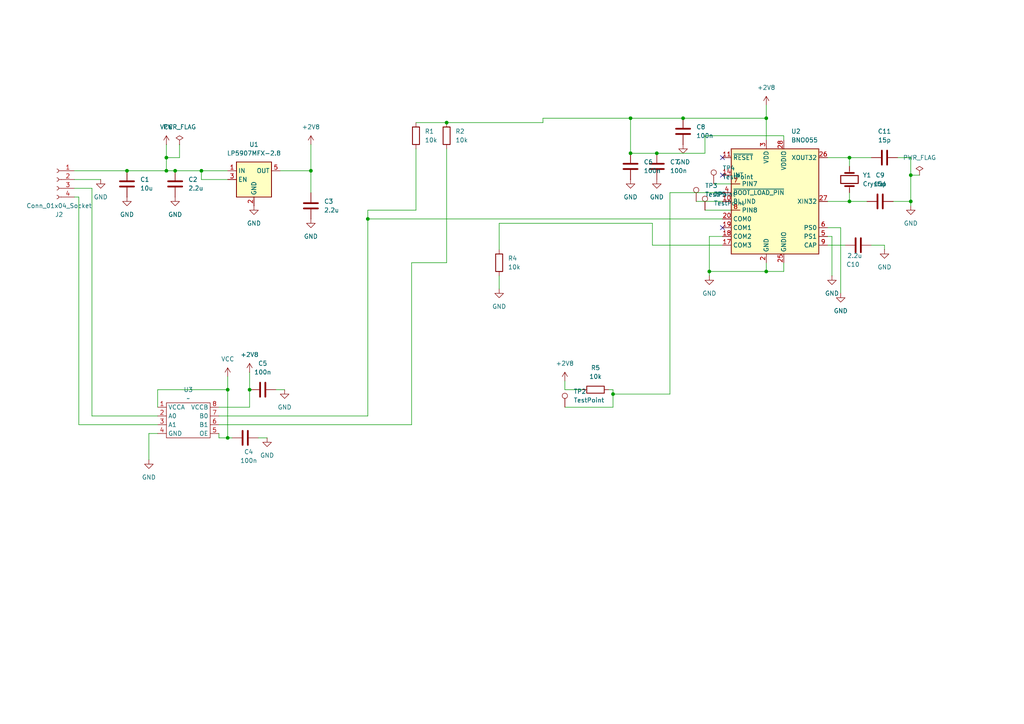
<source format=kicad_sch>
(kicad_sch
	(version 20250114)
	(generator "eeschema")
	(generator_version "9.0")
	(uuid "ae817e97-c07d-4b0b-9ebc-046a204d1cc8")
	(paper "A4")
	(lib_symbols
		(symbol "Around_BNO:FXMA2102"
			(exclude_from_sim no)
			(in_bom yes)
			(on_board yes)
			(property "Reference" "U"
				(at 0 3.81 0)
				(effects
					(font
						(size 1.27 1.27)
					)
				)
			)
			(property "Value" ""
				(at 0 0 0)
				(effects
					(font
						(size 1.27 1.27)
					)
				)
			)
			(property "Footprint" ""
				(at 0 0 0)
				(effects
					(font
						(size 1.27 1.27)
					)
					(hide yes)
				)
			)
			(property "Datasheet" ""
				(at 0 0 0)
				(effects
					(font
						(size 1.27 1.27)
					)
					(hide yes)
				)
			)
			(property "Description" ""
				(at 0 0 0)
				(effects
					(font
						(size 1.27 1.27)
					)
					(hide yes)
				)
			)
			(symbol "FXMA2102_0_1"
				(rectangle
					(start -6.35 2.54)
					(end 6.35 -7.62)
					(stroke
						(width 0)
						(type default)
					)
					(fill
						(type none)
					)
				)
			)
			(symbol "FXMA2102_1_1"
				(pin input line
					(at -8.89 1.27 0)
					(length 2.54)
					(name "VCCA"
						(effects
							(font
								(size 1.27 1.27)
							)
						)
					)
					(number "1"
						(effects
							(font
								(size 1.27 1.27)
							)
						)
					)
				)
				(pin passive line
					(at -8.89 -1.27 0)
					(length 2.54)
					(name "A0"
						(effects
							(font
								(size 1.27 1.27)
							)
						)
					)
					(number "2"
						(effects
							(font
								(size 1.27 1.27)
							)
						)
					)
				)
				(pin passive line
					(at -8.89 -3.81 0)
					(length 2.54)
					(name "A1"
						(effects
							(font
								(size 1.27 1.27)
							)
						)
					)
					(number "3"
						(effects
							(font
								(size 1.27 1.27)
							)
						)
					)
				)
				(pin passive line
					(at -8.89 -6.35 0)
					(length 2.54)
					(name "GND"
						(effects
							(font
								(size 1.27 1.27)
							)
						)
					)
					(number "4"
						(effects
							(font
								(size 1.27 1.27)
							)
						)
					)
				)
				(pin passive line
					(at 8.89 1.27 180)
					(length 2.54)
					(name "VCCB"
						(effects
							(font
								(size 1.27 1.27)
							)
						)
					)
					(number "8"
						(effects
							(font
								(size 1.27 1.27)
							)
						)
					)
				)
				(pin passive line
					(at 8.89 -1.27 180)
					(length 2.54)
					(name "B0"
						(effects
							(font
								(size 1.27 1.27)
							)
						)
					)
					(number "7"
						(effects
							(font
								(size 1.27 1.27)
							)
						)
					)
				)
				(pin passive line
					(at 8.89 -3.81 180)
					(length 2.54)
					(name "B1"
						(effects
							(font
								(size 1.27 1.27)
							)
						)
					)
					(number "6"
						(effects
							(font
								(size 1.27 1.27)
							)
						)
					)
				)
				(pin passive line
					(at 8.89 -6.35 180)
					(length 2.54)
					(name "OE"
						(effects
							(font
								(size 1.27 1.27)
							)
						)
					)
					(number "5"
						(effects
							(font
								(size 1.27 1.27)
							)
						)
					)
				)
			)
			(embedded_fonts no)
		)
		(symbol "Connector:Conn_01x04_Socket"
			(pin_names
				(offset 1.016)
				(hide yes)
			)
			(exclude_from_sim no)
			(in_bom yes)
			(on_board yes)
			(property "Reference" "J"
				(at 0 5.08 0)
				(effects
					(font
						(size 1.27 1.27)
					)
				)
			)
			(property "Value" "Conn_01x04_Socket"
				(at 0 -7.62 0)
				(effects
					(font
						(size 1.27 1.27)
					)
				)
			)
			(property "Footprint" ""
				(at 0 0 0)
				(effects
					(font
						(size 1.27 1.27)
					)
					(hide yes)
				)
			)
			(property "Datasheet" "~"
				(at 0 0 0)
				(effects
					(font
						(size 1.27 1.27)
					)
					(hide yes)
				)
			)
			(property "Description" "Generic connector, single row, 01x04, script generated"
				(at 0 0 0)
				(effects
					(font
						(size 1.27 1.27)
					)
					(hide yes)
				)
			)
			(property "ki_locked" ""
				(at 0 0 0)
				(effects
					(font
						(size 1.27 1.27)
					)
				)
			)
			(property "ki_keywords" "connector"
				(at 0 0 0)
				(effects
					(font
						(size 1.27 1.27)
					)
					(hide yes)
				)
			)
			(property "ki_fp_filters" "Connector*:*_1x??_*"
				(at 0 0 0)
				(effects
					(font
						(size 1.27 1.27)
					)
					(hide yes)
				)
			)
			(symbol "Conn_01x04_Socket_1_1"
				(polyline
					(pts
						(xy -1.27 2.54) (xy -0.508 2.54)
					)
					(stroke
						(width 0.1524)
						(type default)
					)
					(fill
						(type none)
					)
				)
				(polyline
					(pts
						(xy -1.27 0) (xy -0.508 0)
					)
					(stroke
						(width 0.1524)
						(type default)
					)
					(fill
						(type none)
					)
				)
				(polyline
					(pts
						(xy -1.27 -2.54) (xy -0.508 -2.54)
					)
					(stroke
						(width 0.1524)
						(type default)
					)
					(fill
						(type none)
					)
				)
				(polyline
					(pts
						(xy -1.27 -5.08) (xy -0.508 -5.08)
					)
					(stroke
						(width 0.1524)
						(type default)
					)
					(fill
						(type none)
					)
				)
				(arc
					(start 0 2.032)
					(mid -0.5058 2.54)
					(end 0 3.048)
					(stroke
						(width 0.1524)
						(type default)
					)
					(fill
						(type none)
					)
				)
				(arc
					(start 0 -0.508)
					(mid -0.5058 0)
					(end 0 0.508)
					(stroke
						(width 0.1524)
						(type default)
					)
					(fill
						(type none)
					)
				)
				(arc
					(start 0 -3.048)
					(mid -0.5058 -2.54)
					(end 0 -2.032)
					(stroke
						(width 0.1524)
						(type default)
					)
					(fill
						(type none)
					)
				)
				(arc
					(start 0 -5.588)
					(mid -0.5058 -5.08)
					(end 0 -4.572)
					(stroke
						(width 0.1524)
						(type default)
					)
					(fill
						(type none)
					)
				)
				(pin passive line
					(at -5.08 2.54 0)
					(length 3.81)
					(name "Pin_1"
						(effects
							(font
								(size 1.27 1.27)
							)
						)
					)
					(number "1"
						(effects
							(font
								(size 1.27 1.27)
							)
						)
					)
				)
				(pin passive line
					(at -5.08 0 0)
					(length 3.81)
					(name "Pin_2"
						(effects
							(font
								(size 1.27 1.27)
							)
						)
					)
					(number "2"
						(effects
							(font
								(size 1.27 1.27)
							)
						)
					)
				)
				(pin passive line
					(at -5.08 -2.54 0)
					(length 3.81)
					(name "Pin_3"
						(effects
							(font
								(size 1.27 1.27)
							)
						)
					)
					(number "3"
						(effects
							(font
								(size 1.27 1.27)
							)
						)
					)
				)
				(pin passive line
					(at -5.08 -5.08 0)
					(length 3.81)
					(name "Pin_4"
						(effects
							(font
								(size 1.27 1.27)
							)
						)
					)
					(number "4"
						(effects
							(font
								(size 1.27 1.27)
							)
						)
					)
				)
			)
			(embedded_fonts no)
		)
		(symbol "Connector:TestPoint"
			(pin_numbers
				(hide yes)
			)
			(pin_names
				(offset 0.762)
				(hide yes)
			)
			(exclude_from_sim no)
			(in_bom yes)
			(on_board yes)
			(property "Reference" "TP"
				(at 0 6.858 0)
				(effects
					(font
						(size 1.27 1.27)
					)
				)
			)
			(property "Value" "TestPoint"
				(at 0 5.08 0)
				(effects
					(font
						(size 1.27 1.27)
					)
				)
			)
			(property "Footprint" ""
				(at 5.08 0 0)
				(effects
					(font
						(size 1.27 1.27)
					)
					(hide yes)
				)
			)
			(property "Datasheet" "~"
				(at 5.08 0 0)
				(effects
					(font
						(size 1.27 1.27)
					)
					(hide yes)
				)
			)
			(property "Description" "test point"
				(at 0 0 0)
				(effects
					(font
						(size 1.27 1.27)
					)
					(hide yes)
				)
			)
			(property "ki_keywords" "test point tp"
				(at 0 0 0)
				(effects
					(font
						(size 1.27 1.27)
					)
					(hide yes)
				)
			)
			(property "ki_fp_filters" "Pin* Test*"
				(at 0 0 0)
				(effects
					(font
						(size 1.27 1.27)
					)
					(hide yes)
				)
			)
			(symbol "TestPoint_0_1"
				(circle
					(center 0 3.302)
					(radius 0.762)
					(stroke
						(width 0)
						(type default)
					)
					(fill
						(type none)
					)
				)
			)
			(symbol "TestPoint_1_1"
				(pin passive line
					(at 0 0 90)
					(length 2.54)
					(name "1"
						(effects
							(font
								(size 1.27 1.27)
							)
						)
					)
					(number "1"
						(effects
							(font
								(size 1.27 1.27)
							)
						)
					)
				)
			)
			(embedded_fonts no)
		)
		(symbol "Device:C"
			(pin_numbers
				(hide yes)
			)
			(pin_names
				(offset 0.254)
			)
			(exclude_from_sim no)
			(in_bom yes)
			(on_board yes)
			(property "Reference" "C"
				(at 0.635 2.54 0)
				(effects
					(font
						(size 1.27 1.27)
					)
					(justify left)
				)
			)
			(property "Value" "C"
				(at 0.635 -2.54 0)
				(effects
					(font
						(size 1.27 1.27)
					)
					(justify left)
				)
			)
			(property "Footprint" ""
				(at 0.9652 -3.81 0)
				(effects
					(font
						(size 1.27 1.27)
					)
					(hide yes)
				)
			)
			(property "Datasheet" "~"
				(at 0 0 0)
				(effects
					(font
						(size 1.27 1.27)
					)
					(hide yes)
				)
			)
			(property "Description" "Unpolarized capacitor"
				(at 0 0 0)
				(effects
					(font
						(size 1.27 1.27)
					)
					(hide yes)
				)
			)
			(property "ki_keywords" "cap capacitor"
				(at 0 0 0)
				(effects
					(font
						(size 1.27 1.27)
					)
					(hide yes)
				)
			)
			(property "ki_fp_filters" "C_*"
				(at 0 0 0)
				(effects
					(font
						(size 1.27 1.27)
					)
					(hide yes)
				)
			)
			(symbol "C_0_1"
				(polyline
					(pts
						(xy -2.032 0.762) (xy 2.032 0.762)
					)
					(stroke
						(width 0.508)
						(type default)
					)
					(fill
						(type none)
					)
				)
				(polyline
					(pts
						(xy -2.032 -0.762) (xy 2.032 -0.762)
					)
					(stroke
						(width 0.508)
						(type default)
					)
					(fill
						(type none)
					)
				)
			)
			(symbol "C_1_1"
				(pin passive line
					(at 0 3.81 270)
					(length 2.794)
					(name "~"
						(effects
							(font
								(size 1.27 1.27)
							)
						)
					)
					(number "1"
						(effects
							(font
								(size 1.27 1.27)
							)
						)
					)
				)
				(pin passive line
					(at 0 -3.81 90)
					(length 2.794)
					(name "~"
						(effects
							(font
								(size 1.27 1.27)
							)
						)
					)
					(number "2"
						(effects
							(font
								(size 1.27 1.27)
							)
						)
					)
				)
			)
			(embedded_fonts no)
		)
		(symbol "Device:Crystal"
			(pin_numbers
				(hide yes)
			)
			(pin_names
				(offset 1.016)
				(hide yes)
			)
			(exclude_from_sim no)
			(in_bom yes)
			(on_board yes)
			(property "Reference" "Y"
				(at 0 3.81 0)
				(effects
					(font
						(size 1.27 1.27)
					)
				)
			)
			(property "Value" "Crystal"
				(at 0 -3.81 0)
				(effects
					(font
						(size 1.27 1.27)
					)
				)
			)
			(property "Footprint" ""
				(at 0 0 0)
				(effects
					(font
						(size 1.27 1.27)
					)
					(hide yes)
				)
			)
			(property "Datasheet" "~"
				(at 0 0 0)
				(effects
					(font
						(size 1.27 1.27)
					)
					(hide yes)
				)
			)
			(property "Description" "Two pin crystal"
				(at 0 0 0)
				(effects
					(font
						(size 1.27 1.27)
					)
					(hide yes)
				)
			)
			(property "ki_keywords" "quartz ceramic resonator oscillator"
				(at 0 0 0)
				(effects
					(font
						(size 1.27 1.27)
					)
					(hide yes)
				)
			)
			(property "ki_fp_filters" "Crystal*"
				(at 0 0 0)
				(effects
					(font
						(size 1.27 1.27)
					)
					(hide yes)
				)
			)
			(symbol "Crystal_0_1"
				(polyline
					(pts
						(xy -2.54 0) (xy -1.905 0)
					)
					(stroke
						(width 0)
						(type default)
					)
					(fill
						(type none)
					)
				)
				(polyline
					(pts
						(xy -1.905 -1.27) (xy -1.905 1.27)
					)
					(stroke
						(width 0.508)
						(type default)
					)
					(fill
						(type none)
					)
				)
				(rectangle
					(start -1.143 2.54)
					(end 1.143 -2.54)
					(stroke
						(width 0.3048)
						(type default)
					)
					(fill
						(type none)
					)
				)
				(polyline
					(pts
						(xy 1.905 -1.27) (xy 1.905 1.27)
					)
					(stroke
						(width 0.508)
						(type default)
					)
					(fill
						(type none)
					)
				)
				(polyline
					(pts
						(xy 2.54 0) (xy 1.905 0)
					)
					(stroke
						(width 0)
						(type default)
					)
					(fill
						(type none)
					)
				)
			)
			(symbol "Crystal_1_1"
				(pin passive line
					(at -3.81 0 0)
					(length 1.27)
					(name "1"
						(effects
							(font
								(size 1.27 1.27)
							)
						)
					)
					(number "1"
						(effects
							(font
								(size 1.27 1.27)
							)
						)
					)
				)
				(pin passive line
					(at 3.81 0 180)
					(length 1.27)
					(name "2"
						(effects
							(font
								(size 1.27 1.27)
							)
						)
					)
					(number "2"
						(effects
							(font
								(size 1.27 1.27)
							)
						)
					)
				)
			)
			(embedded_fonts no)
		)
		(symbol "Device:R"
			(pin_numbers
				(hide yes)
			)
			(pin_names
				(offset 0)
			)
			(exclude_from_sim no)
			(in_bom yes)
			(on_board yes)
			(property "Reference" "R"
				(at 2.032 0 90)
				(effects
					(font
						(size 1.27 1.27)
					)
				)
			)
			(property "Value" "R"
				(at 0 0 90)
				(effects
					(font
						(size 1.27 1.27)
					)
				)
			)
			(property "Footprint" ""
				(at -1.778 0 90)
				(effects
					(font
						(size 1.27 1.27)
					)
					(hide yes)
				)
			)
			(property "Datasheet" "~"
				(at 0 0 0)
				(effects
					(font
						(size 1.27 1.27)
					)
					(hide yes)
				)
			)
			(property "Description" "Resistor"
				(at 0 0 0)
				(effects
					(font
						(size 1.27 1.27)
					)
					(hide yes)
				)
			)
			(property "ki_keywords" "R res resistor"
				(at 0 0 0)
				(effects
					(font
						(size 1.27 1.27)
					)
					(hide yes)
				)
			)
			(property "ki_fp_filters" "R_*"
				(at 0 0 0)
				(effects
					(font
						(size 1.27 1.27)
					)
					(hide yes)
				)
			)
			(symbol "R_0_1"
				(rectangle
					(start -1.016 -2.54)
					(end 1.016 2.54)
					(stroke
						(width 0.254)
						(type default)
					)
					(fill
						(type none)
					)
				)
			)
			(symbol "R_1_1"
				(pin passive line
					(at 0 3.81 270)
					(length 1.27)
					(name "~"
						(effects
							(font
								(size 1.27 1.27)
							)
						)
					)
					(number "1"
						(effects
							(font
								(size 1.27 1.27)
							)
						)
					)
				)
				(pin passive line
					(at 0 -3.81 90)
					(length 1.27)
					(name "~"
						(effects
							(font
								(size 1.27 1.27)
							)
						)
					)
					(number "2"
						(effects
							(font
								(size 1.27 1.27)
							)
						)
					)
				)
			)
			(embedded_fonts no)
		)
		(symbol "Regulator_Linear:LP5907MFX-2.8"
			(exclude_from_sim no)
			(in_bom yes)
			(on_board yes)
			(property "Reference" "U"
				(at -3.81 6.35 0)
				(effects
					(font
						(size 1.27 1.27)
					)
				)
			)
			(property "Value" "LP5907MFX-2.8"
				(at 6.35 6.35 0)
				(effects
					(font
						(size 1.27 1.27)
					)
				)
			)
			(property "Footprint" "Package_TO_SOT_SMD:SOT-23-5"
				(at 0 8.89 0)
				(effects
					(font
						(size 1.27 1.27)
					)
					(hide yes)
				)
			)
			(property "Datasheet" "http://www.ti.com/lit/ds/symlink/lp5907.pdf"
				(at 0 12.7 0)
				(effects
					(font
						(size 1.27 1.27)
					)
					(hide yes)
				)
			)
			(property "Description" "250-mA Ultra-Low-Noise Low-IQ LDO, 2.8V, SOT-23"
				(at 0 0 0)
				(effects
					(font
						(size 1.27 1.27)
					)
					(hide yes)
				)
			)
			(property "ki_keywords" "Single Output LDO Low-Noise"
				(at 0 0 0)
				(effects
					(font
						(size 1.27 1.27)
					)
					(hide yes)
				)
			)
			(property "ki_fp_filters" "SOT?23*"
				(at 0 0 0)
				(effects
					(font
						(size 1.27 1.27)
					)
					(hide yes)
				)
			)
			(symbol "LP5907MFX-2.8_0_1"
				(rectangle
					(start -5.08 -5.08)
					(end 5.08 5.08)
					(stroke
						(width 0.254)
						(type default)
					)
					(fill
						(type background)
					)
				)
				(pin power_in line
					(at -7.62 2.54 0)
					(length 2.54)
					(name "IN"
						(effects
							(font
								(size 1.27 1.27)
							)
						)
					)
					(number "1"
						(effects
							(font
								(size 1.27 1.27)
							)
						)
					)
				)
				(pin input line
					(at -7.62 0 0)
					(length 2.54)
					(name "EN"
						(effects
							(font
								(size 1.27 1.27)
							)
						)
					)
					(number "3"
						(effects
							(font
								(size 1.27 1.27)
							)
						)
					)
				)
				(pin power_in line
					(at 0 -7.62 90)
					(length 2.54)
					(name "GND"
						(effects
							(font
								(size 1.27 1.27)
							)
						)
					)
					(number "2"
						(effects
							(font
								(size 1.27 1.27)
							)
						)
					)
				)
				(pin no_connect line
					(at 5.08 0 180)
					(length 2.54)
					(hide yes)
					(name "NC"
						(effects
							(font
								(size 1.27 1.27)
							)
						)
					)
					(number "4"
						(effects
							(font
								(size 1.27 1.27)
							)
						)
					)
				)
				(pin power_out line
					(at 7.62 2.54 180)
					(length 2.54)
					(name "OUT"
						(effects
							(font
								(size 1.27 1.27)
							)
						)
					)
					(number "5"
						(effects
							(font
								(size 1.27 1.27)
							)
						)
					)
				)
			)
			(embedded_fonts no)
		)
		(symbol "Sensor_Motion:BNO055"
			(exclude_from_sim no)
			(in_bom yes)
			(on_board yes)
			(property "Reference" "U2"
				(at 4.6833 20.32 0)
				(effects
					(font
						(size 1.27 1.27)
					)
					(justify left)
				)
			)
			(property "Value" "BNO055"
				(at 4.6833 17.78 0)
				(effects
					(font
						(size 1.27 1.27)
					)
					(justify left)
				)
			)
			(property "Footprint" "Package_LGA:LGA-28_5.2x3.8mm_P0.5mm"
				(at 6.35 -16.51 0)
				(effects
					(font
						(size 1.27 1.27)
					)
					(justify left)
					(hide yes)
				)
			)
			(property "Datasheet" "https://www.bosch-sensortec.com/media/boschsensortec/downloads/datasheets/bst-bno055-ds000.pdf"
				(at 0 5.08 0)
				(effects
					(font
						(size 1.27 1.27)
					)
					(hide yes)
				)
			)
			(property "Description" "Intelligent 9-axis absolute orientation sensor, LGA-28"
				(at 0 0 0)
				(effects
					(font
						(size 1.27 1.27)
					)
					(hide yes)
				)
			)
			(property "ki_keywords" "IMU Fusion I2C UART"
				(at 0 0 0)
				(effects
					(font
						(size 1.27 1.27)
					)
					(hide yes)
				)
			)
			(property "ki_fp_filters" "LGA*5.2x3.8mm*P0.5mm*"
				(at 0 0 0)
				(effects
					(font
						(size 1.27 1.27)
					)
					(hide yes)
				)
			)
			(symbol "BNO055_0_1"
				(rectangle
					(start -12.7 15.24)
					(end 12.7 -15.24)
					(stroke
						(width 0.254)
						(type default)
					)
					(fill
						(type background)
					)
				)
			)
			(symbol "BNO055_1_1"
				(pin input line
					(at -15.24 12.7 0)
					(length 2.54)
					(name "~{RESET}"
						(effects
							(font
								(size 1.27 1.27)
							)
						)
					)
					(number "11"
						(effects
							(font
								(size 1.27 1.27)
							)
						)
					)
				)
				(pin output line
					(at -15.24 7.62 0)
					(length 2.54)
					(name "INT"
						(effects
							(font
								(size 1.27 1.27)
							)
						)
					)
					(number "14"
						(effects
							(font
								(size 1.27 1.27)
							)
						)
					)
				)
				(pin input line
					(at -15.24 2.54 0)
					(length 2.54)
					(name "~{BOOT_LOAD_PIN}"
						(effects
							(font
								(size 1.27 1.27)
							)
						)
					)
					(number "4"
						(effects
							(font
								(size 1.27 1.27)
							)
						)
					)
				)
				(pin output line
					(at -15.24 0 0)
					(length 2.54)
					(name "BL_IND"
						(effects
							(font
								(size 1.27 1.27)
							)
						)
					)
					(number "10"
						(effects
							(font
								(size 1.27 1.27)
							)
						)
					)
				)
				(pin bidirectional line
					(at -15.24 -5.08 0)
					(length 2.54)
					(name "COM0"
						(effects
							(font
								(size 1.27 1.27)
							)
						)
					)
					(number "20"
						(effects
							(font
								(size 1.27 1.27)
							)
						)
					)
				)
				(pin bidirectional line
					(at -15.24 -7.62 0)
					(length 2.54)
					(name "COM1"
						(effects
							(font
								(size 1.27 1.27)
							)
						)
					)
					(number "19"
						(effects
							(font
								(size 1.27 1.27)
							)
						)
					)
				)
				(pin passive line
					(at -15.24 -10.16 0)
					(length 2.54)
					(name "COM2"
						(effects
							(font
								(size 1.27 1.27)
							)
						)
					)
					(number "18"
						(effects
							(font
								(size 1.27 1.27)
							)
						)
					)
				)
				(pin input line
					(at -15.24 -12.7 0)
					(length 2.54)
					(name "COM3"
						(effects
							(font
								(size 1.27 1.27)
							)
						)
					)
					(number "17"
						(effects
							(font
								(size 1.27 1.27)
							)
						)
					)
				)
				(pin no_connect line
					(at -12.7 10.16 0)
					(length 2.54)
					(hide yes)
					(name "PIN1"
						(effects
							(font
								(size 1.27 1.27)
							)
						)
					)
					(number "1"
						(effects
							(font
								(size 1.27 1.27)
							)
						)
					)
				)
				(pin passive line
					(at -12.7 5.08 0)
					(length 2.54)
					(name "PIN7"
						(effects
							(font
								(size 1.27 1.27)
							)
						)
					)
					(number "7"
						(effects
							(font
								(size 1.27 1.27)
							)
						)
					)
				)
				(pin passive line
					(at -12.7 -2.54 0)
					(length 2.54)
					(name "PIN8"
						(effects
							(font
								(size 1.27 1.27)
							)
						)
					)
					(number "8"
						(effects
							(font
								(size 1.27 1.27)
							)
						)
					)
				)
				(pin power_in line
					(at -2.54 17.78 270)
					(length 2.54)
					(name "VDD"
						(effects
							(font
								(size 1.27 1.27)
							)
						)
					)
					(number "3"
						(effects
							(font
								(size 1.27 1.27)
							)
						)
					)
				)
				(pin power_in line
					(at -2.54 -17.78 90)
					(length 2.54)
					(name "GND"
						(effects
							(font
								(size 1.27 1.27)
							)
						)
					)
					(number "2"
						(effects
							(font
								(size 1.27 1.27)
							)
						)
					)
				)
				(pin power_in line
					(at 2.54 17.78 270)
					(length 2.54)
					(name "VDDIO"
						(effects
							(font
								(size 1.27 1.27)
							)
						)
					)
					(number "28"
						(effects
							(font
								(size 1.27 1.27)
							)
						)
					)
				)
				(pin power_in line
					(at 2.54 -17.78 90)
					(length 2.54)
					(name "GNDIO"
						(effects
							(font
								(size 1.27 1.27)
							)
						)
					)
					(number "25"
						(effects
							(font
								(size 1.27 1.27)
							)
						)
					)
				)
				(pin no_connect line
					(at 5.08 -15.24 90)
					(length 2.54)
					(hide yes)
					(name "PIN15"
						(effects
							(font
								(size 1.27 1.27)
							)
						)
					)
					(number "15"
						(effects
							(font
								(size 1.27 1.27)
							)
						)
					)
				)
				(pin no_connect line
					(at 7.62 -15.24 90)
					(length 2.54)
					(hide yes)
					(name "PIN16"
						(effects
							(font
								(size 1.27 1.27)
							)
						)
					)
					(number "16"
						(effects
							(font
								(size 1.27 1.27)
							)
						)
					)
				)
				(pin no_connect line
					(at 12.7 10.16 180)
					(length 2.54)
					(hide yes)
					(name "PIN12"
						(effects
							(font
								(size 1.27 1.27)
							)
						)
					)
					(number "12"
						(effects
							(font
								(size 1.27 1.27)
							)
						)
					)
				)
				(pin no_connect line
					(at 12.7 7.62 180)
					(length 2.54)
					(hide yes)
					(name "PIN13"
						(effects
							(font
								(size 1.27 1.27)
							)
						)
					)
					(number "13"
						(effects
							(font
								(size 1.27 1.27)
							)
						)
					)
				)
				(pin no_connect line
					(at 12.7 5.08 180)
					(length 2.54)
					(hide yes)
					(name "PIN21"
						(effects
							(font
								(size 1.27 1.27)
							)
						)
					)
					(number "21"
						(effects
							(font
								(size 1.27 1.27)
							)
						)
					)
				)
				(pin no_connect line
					(at 12.7 2.54 180)
					(length 2.54)
					(hide yes)
					(name "PIN22"
						(effects
							(font
								(size 1.27 1.27)
							)
						)
					)
					(number "22"
						(effects
							(font
								(size 1.27 1.27)
							)
						)
					)
				)
				(pin no_connect line
					(at 12.7 -2.54 180)
					(length 2.54)
					(hide yes)
					(name "PIN23"
						(effects
							(font
								(size 1.27 1.27)
							)
						)
					)
					(number "23"
						(effects
							(font
								(size 1.27 1.27)
							)
						)
					)
				)
				(pin no_connect line
					(at 12.7 -5.08 180)
					(length 2.54)
					(hide yes)
					(name "PIN24"
						(effects
							(font
								(size 1.27 1.27)
							)
						)
					)
					(number "24"
						(effects
							(font
								(size 1.27 1.27)
							)
						)
					)
				)
				(pin output line
					(at 15.24 12.7 180)
					(length 2.54)
					(name "XOUT32"
						(effects
							(font
								(size 1.27 1.27)
							)
						)
					)
					(number "26"
						(effects
							(font
								(size 1.27 1.27)
							)
						)
					)
				)
				(pin input line
					(at 15.24 0 180)
					(length 2.54)
					(name "XIN32"
						(effects
							(font
								(size 1.27 1.27)
							)
						)
					)
					(number "27"
						(effects
							(font
								(size 1.27 1.27)
							)
						)
					)
				)
				(pin input line
					(at 15.24 -7.62 180)
					(length 2.54)
					(name "PS0"
						(effects
							(font
								(size 1.27 1.27)
							)
						)
					)
					(number "6"
						(effects
							(font
								(size 1.27 1.27)
							)
						)
					)
				)
				(pin input line
					(at 15.24 -10.16 180)
					(length 2.54)
					(name "PS1"
						(effects
							(font
								(size 1.27 1.27)
							)
						)
					)
					(number "5"
						(effects
							(font
								(size 1.27 1.27)
							)
						)
					)
				)
				(pin passive line
					(at 15.24 -12.7 180)
					(length 2.54)
					(name "CAP"
						(effects
							(font
								(size 1.27 1.27)
							)
						)
					)
					(number "9"
						(effects
							(font
								(size 1.27 1.27)
							)
						)
					)
				)
			)
			(embedded_fonts no)
		)
		(symbol "power:+2V8"
			(power)
			(pin_numbers
				(hide yes)
			)
			(pin_names
				(offset 0)
				(hide yes)
			)
			(exclude_from_sim no)
			(in_bom yes)
			(on_board yes)
			(property "Reference" "#PWR"
				(at 0 -3.81 0)
				(effects
					(font
						(size 1.27 1.27)
					)
					(hide yes)
				)
			)
			(property "Value" "+2V8"
				(at 0 3.556 0)
				(effects
					(font
						(size 1.27 1.27)
					)
				)
			)
			(property "Footprint" ""
				(at 0 0 0)
				(effects
					(font
						(size 1.27 1.27)
					)
					(hide yes)
				)
			)
			(property "Datasheet" ""
				(at 0 0 0)
				(effects
					(font
						(size 1.27 1.27)
					)
					(hide yes)
				)
			)
			(property "Description" "Power symbol creates a global label with name \"+2V8\""
				(at 0 0 0)
				(effects
					(font
						(size 1.27 1.27)
					)
					(hide yes)
				)
			)
			(property "ki_keywords" "global power"
				(at 0 0 0)
				(effects
					(font
						(size 1.27 1.27)
					)
					(hide yes)
				)
			)
			(symbol "+2V8_0_1"
				(polyline
					(pts
						(xy -0.762 1.27) (xy 0 2.54)
					)
					(stroke
						(width 0)
						(type default)
					)
					(fill
						(type none)
					)
				)
				(polyline
					(pts
						(xy 0 2.54) (xy 0.762 1.27)
					)
					(stroke
						(width 0)
						(type default)
					)
					(fill
						(type none)
					)
				)
				(polyline
					(pts
						(xy 0 0) (xy 0 2.54)
					)
					(stroke
						(width 0)
						(type default)
					)
					(fill
						(type none)
					)
				)
			)
			(symbol "+2V8_1_1"
				(pin power_in line
					(at 0 0 90)
					(length 0)
					(name "~"
						(effects
							(font
								(size 1.27 1.27)
							)
						)
					)
					(number "1"
						(effects
							(font
								(size 1.27 1.27)
							)
						)
					)
				)
			)
			(embedded_fonts no)
		)
		(symbol "power:GND"
			(power)
			(pin_numbers
				(hide yes)
			)
			(pin_names
				(offset 0)
				(hide yes)
			)
			(exclude_from_sim no)
			(in_bom yes)
			(on_board yes)
			(property "Reference" "#PWR"
				(at 0 -6.35 0)
				(effects
					(font
						(size 1.27 1.27)
					)
					(hide yes)
				)
			)
			(property "Value" "GND"
				(at 0 -3.81 0)
				(effects
					(font
						(size 1.27 1.27)
					)
				)
			)
			(property "Footprint" ""
				(at 0 0 0)
				(effects
					(font
						(size 1.27 1.27)
					)
					(hide yes)
				)
			)
			(property "Datasheet" ""
				(at 0 0 0)
				(effects
					(font
						(size 1.27 1.27)
					)
					(hide yes)
				)
			)
			(property "Description" "Power symbol creates a global label with name \"GND\" , ground"
				(at 0 0 0)
				(effects
					(font
						(size 1.27 1.27)
					)
					(hide yes)
				)
			)
			(property "ki_keywords" "global power"
				(at 0 0 0)
				(effects
					(font
						(size 1.27 1.27)
					)
					(hide yes)
				)
			)
			(symbol "GND_0_1"
				(polyline
					(pts
						(xy 0 0) (xy 0 -1.27) (xy 1.27 -1.27) (xy 0 -2.54) (xy -1.27 -1.27) (xy 0 -1.27)
					)
					(stroke
						(width 0)
						(type default)
					)
					(fill
						(type none)
					)
				)
			)
			(symbol "GND_1_1"
				(pin power_in line
					(at 0 0 270)
					(length 0)
					(name "~"
						(effects
							(font
								(size 1.27 1.27)
							)
						)
					)
					(number "1"
						(effects
							(font
								(size 1.27 1.27)
							)
						)
					)
				)
			)
			(embedded_fonts no)
		)
		(symbol "power:PWR_FLAG"
			(power)
			(pin_numbers
				(hide yes)
			)
			(pin_names
				(offset 0)
				(hide yes)
			)
			(exclude_from_sim no)
			(in_bom yes)
			(on_board yes)
			(property "Reference" "#FLG"
				(at 0 1.905 0)
				(effects
					(font
						(size 1.27 1.27)
					)
					(hide yes)
				)
			)
			(property "Value" "PWR_FLAG"
				(at 0 3.81 0)
				(effects
					(font
						(size 1.27 1.27)
					)
				)
			)
			(property "Footprint" ""
				(at 0 0 0)
				(effects
					(font
						(size 1.27 1.27)
					)
					(hide yes)
				)
			)
			(property "Datasheet" "~"
				(at 0 0 0)
				(effects
					(font
						(size 1.27 1.27)
					)
					(hide yes)
				)
			)
			(property "Description" "Special symbol for telling ERC where power comes from"
				(at 0 0 0)
				(effects
					(font
						(size 1.27 1.27)
					)
					(hide yes)
				)
			)
			(property "ki_keywords" "flag power"
				(at 0 0 0)
				(effects
					(font
						(size 1.27 1.27)
					)
					(hide yes)
				)
			)
			(symbol "PWR_FLAG_0_0"
				(pin power_out line
					(at 0 0 90)
					(length 0)
					(name "~"
						(effects
							(font
								(size 1.27 1.27)
							)
						)
					)
					(number "1"
						(effects
							(font
								(size 1.27 1.27)
							)
						)
					)
				)
			)
			(symbol "PWR_FLAG_0_1"
				(polyline
					(pts
						(xy 0 0) (xy 0 1.27) (xy -1.016 1.905) (xy 0 2.54) (xy 1.016 1.905) (xy 0 1.27)
					)
					(stroke
						(width 0)
						(type default)
					)
					(fill
						(type none)
					)
				)
			)
			(embedded_fonts no)
		)
		(symbol "power:VCC"
			(power)
			(pin_numbers
				(hide yes)
			)
			(pin_names
				(offset 0)
				(hide yes)
			)
			(exclude_from_sim no)
			(in_bom yes)
			(on_board yes)
			(property "Reference" "#PWR"
				(at 0 -3.81 0)
				(effects
					(font
						(size 1.27 1.27)
					)
					(hide yes)
				)
			)
			(property "Value" "VCC"
				(at 0 3.556 0)
				(effects
					(font
						(size 1.27 1.27)
					)
				)
			)
			(property "Footprint" ""
				(at 0 0 0)
				(effects
					(font
						(size 1.27 1.27)
					)
					(hide yes)
				)
			)
			(property "Datasheet" ""
				(at 0 0 0)
				(effects
					(font
						(size 1.27 1.27)
					)
					(hide yes)
				)
			)
			(property "Description" "Power symbol creates a global label with name \"VCC\""
				(at 0 0 0)
				(effects
					(font
						(size 1.27 1.27)
					)
					(hide yes)
				)
			)
			(property "ki_keywords" "global power"
				(at 0 0 0)
				(effects
					(font
						(size 1.27 1.27)
					)
					(hide yes)
				)
			)
			(symbol "VCC_0_1"
				(polyline
					(pts
						(xy -0.762 1.27) (xy 0 2.54)
					)
					(stroke
						(width 0)
						(type default)
					)
					(fill
						(type none)
					)
				)
				(polyline
					(pts
						(xy 0 2.54) (xy 0.762 1.27)
					)
					(stroke
						(width 0)
						(type default)
					)
					(fill
						(type none)
					)
				)
				(polyline
					(pts
						(xy 0 0) (xy 0 2.54)
					)
					(stroke
						(width 0)
						(type default)
					)
					(fill
						(type none)
					)
				)
			)
			(symbol "VCC_1_1"
				(pin power_in line
					(at 0 0 90)
					(length 0)
					(name "~"
						(effects
							(font
								(size 1.27 1.27)
							)
						)
					)
					(number "1"
						(effects
							(font
								(size 1.27 1.27)
							)
						)
					)
				)
			)
			(embedded_fonts no)
		)
	)
	(junction
		(at 50.8 49.53)
		(diameter 0)
		(color 0 0 0 0)
		(uuid "0f00af76-ca3b-42a0-9321-03bb7a5442ec")
	)
	(junction
		(at 246.38 58.42)
		(diameter 0)
		(color 0 0 0 0)
		(uuid "150aeef0-77f0-4b07-abc5-b3c54ff9fb7a")
	)
	(junction
		(at 264.16 50.8)
		(diameter 0)
		(color 0 0 0 0)
		(uuid "2f7204d9-55d9-45d3-b46c-f639aa3a2941")
	)
	(junction
		(at 190.5 44.45)
		(diameter 0)
		(color 0 0 0 0)
		(uuid "554bbd5a-7113-434a-bf3e-20da40284cf8")
	)
	(junction
		(at 177.8 114.3)
		(diameter 0)
		(color 0 0 0 0)
		(uuid "57dd1f87-de20-4f7d-a6ff-afb98b81e3cd")
	)
	(junction
		(at 72.39 113.03)
		(diameter 0)
		(color 0 0 0 0)
		(uuid "5a47ad87-f3a2-4205-b474-b5d8274e1eea")
	)
	(junction
		(at 246.38 45.72)
		(diameter 0)
		(color 0 0 0 0)
		(uuid "5c2dc941-4bd3-4d1a-a197-82b7a448bdef")
	)
	(junction
		(at 264.16 58.42)
		(diameter 0)
		(color 0 0 0 0)
		(uuid "70842c3a-d223-4a64-879f-7bc64795689f")
	)
	(junction
		(at 58.42 49.53)
		(diameter 0)
		(color 0 0 0 0)
		(uuid "71bf8a6e-ae91-4ee7-8d22-d234f9307ccb")
	)
	(junction
		(at 66.04 127)
		(diameter 0)
		(color 0 0 0 0)
		(uuid "72cd7bdc-3a05-4fae-85eb-36f72cd7c29b")
	)
	(junction
		(at 222.25 34.29)
		(diameter 0)
		(color 0 0 0 0)
		(uuid "76e19471-4b70-45a1-90a5-4e044d18e913")
	)
	(junction
		(at 129.54 35.56)
		(diameter 0)
		(color 0 0 0 0)
		(uuid "8eb92754-7d4a-487a-81ef-076524d1b413")
	)
	(junction
		(at 90.17 49.53)
		(diameter 0)
		(color 0 0 0 0)
		(uuid "a1ed6476-1cfd-4c26-b416-b76bb5ff7427")
	)
	(junction
		(at 106.68 63.5)
		(diameter 0)
		(color 0 0 0 0)
		(uuid "a2a9606b-7b81-46c4-ae9f-414fdbb5eae4")
	)
	(junction
		(at 182.88 44.45)
		(diameter 0)
		(color 0 0 0 0)
		(uuid "b043382a-692c-4ebe-9ae9-3f99b045aa4e")
	)
	(junction
		(at 36.83 49.53)
		(diameter 0)
		(color 0 0 0 0)
		(uuid "b3401dc6-16ed-43c0-a7d8-271033781ced")
	)
	(junction
		(at 198.12 34.29)
		(diameter 0)
		(color 0 0 0 0)
		(uuid "b37a0034-6339-4292-8b80-c4f3c59b283a")
	)
	(junction
		(at 48.26 49.53)
		(diameter 0)
		(color 0 0 0 0)
		(uuid "b8caff58-46f5-41b9-921f-d4be1f63b0e3")
	)
	(junction
		(at 66.04 113.03)
		(diameter 0)
		(color 0 0 0 0)
		(uuid "ba954f89-bbaf-4387-9474-2e8a5913a587")
	)
	(junction
		(at 205.74 78.74)
		(diameter 0)
		(color 0 0 0 0)
		(uuid "cc8575c7-c8cf-4ebf-bee6-7cb4a054a346")
	)
	(junction
		(at 48.26 45.72)
		(diameter 0)
		(color 0 0 0 0)
		(uuid "dbededfa-b892-4a20-a40f-b9d97702eae4")
	)
	(junction
		(at 222.25 78.74)
		(diameter 0)
		(color 0 0 0 0)
		(uuid "f664fc08-66d8-40f0-976d-adf7c7420131")
	)
	(junction
		(at 182.88 34.29)
		(diameter 0)
		(color 0 0 0 0)
		(uuid "ff4b224d-1053-4c53-8e15-8340ac42251d")
	)
	(no_connect
		(at 209.55 50.8)
		(uuid "0237d4c8-0bdb-4177-b0d1-e2ad1c31de41")
	)
	(no_connect
		(at 209.55 45.72)
		(uuid "b970191d-9c5e-4be5-ac45-598725bf5e1d")
	)
	(no_connect
		(at 209.55 66.04)
		(uuid "c3f4eafa-89d4-4207-80a8-691d56cbf1b6")
	)
	(wire
		(pts
			(xy 209.55 55.88) (xy 194.31 55.88)
		)
		(stroke
			(width 0)
			(type default)
		)
		(uuid "01f7f0d4-4918-4beb-809b-53dff7e11554")
	)
	(wire
		(pts
			(xy 106.68 120.65) (xy 63.5 120.65)
		)
		(stroke
			(width 0)
			(type default)
		)
		(uuid "02c8837a-85f5-4330-aef1-3c4b7fa3d9d3")
	)
	(wire
		(pts
			(xy 227.33 39.37) (xy 204.47 39.37)
		)
		(stroke
			(width 0)
			(type default)
		)
		(uuid "08fe4417-cf94-4110-a6e2-29ed79296af4")
	)
	(wire
		(pts
			(xy 52.07 45.72) (xy 48.26 45.72)
		)
		(stroke
			(width 0)
			(type default)
		)
		(uuid "0955de62-f0a2-4d1c-9a08-bb52731d2b26")
	)
	(wire
		(pts
			(xy 129.54 43.18) (xy 129.54 76.2)
		)
		(stroke
			(width 0)
			(type default)
		)
		(uuid "0bf9946d-decc-4df2-baa9-b928bc00f338")
	)
	(wire
		(pts
			(xy 182.88 34.29) (xy 198.12 34.29)
		)
		(stroke
			(width 0)
			(type default)
		)
		(uuid "13c1f81a-ce27-4bf2-8275-7b9d548cc1aa")
	)
	(wire
		(pts
			(xy 227.33 76.2) (xy 227.33 78.74)
		)
		(stroke
			(width 0)
			(type default)
		)
		(uuid "16139531-b9ff-4988-8090-4fd4dcabe892")
	)
	(wire
		(pts
			(xy 63.5 127) (xy 66.04 127)
		)
		(stroke
			(width 0)
			(type default)
		)
		(uuid "16d65eef-e836-450c-ab96-4e806d2648c4")
	)
	(wire
		(pts
			(xy 144.78 64.77) (xy 144.78 72.39)
		)
		(stroke
			(width 0)
			(type default)
		)
		(uuid "17f70249-1027-43f7-9241-5408bc217db9")
	)
	(wire
		(pts
			(xy 204.47 44.45) (xy 190.5 44.45)
		)
		(stroke
			(width 0)
			(type default)
		)
		(uuid "1864766a-42d0-4ef4-9155-873b5fd79cf5")
	)
	(wire
		(pts
			(xy 252.73 71.12) (xy 256.54 71.12)
		)
		(stroke
			(width 0)
			(type default)
		)
		(uuid "1a7af79b-5203-4bbf-8783-dd5acad2bab8")
	)
	(wire
		(pts
			(xy 48.26 49.53) (xy 50.8 49.53)
		)
		(stroke
			(width 0)
			(type default)
		)
		(uuid "1a7b8e31-16ac-4c9b-9ce2-a60ba7bbaed4")
	)
	(wire
		(pts
			(xy 246.38 58.42) (xy 251.46 58.42)
		)
		(stroke
			(width 0)
			(type default)
		)
		(uuid "1f463960-ade0-419f-b9d5-d94d7a94c6a6")
	)
	(wire
		(pts
			(xy 66.04 52.07) (xy 58.42 52.07)
		)
		(stroke
			(width 0)
			(type default)
		)
		(uuid "22abbee8-f60f-415c-a636-58d775c38dfe")
	)
	(wire
		(pts
			(xy 144.78 80.01) (xy 144.78 83.82)
		)
		(stroke
			(width 0)
			(type default)
		)
		(uuid "22d32900-248d-4f92-a557-d6502509db9d")
	)
	(wire
		(pts
			(xy 45.72 125.73) (xy 43.18 125.73)
		)
		(stroke
			(width 0)
			(type default)
		)
		(uuid "2453929f-f2aa-4abd-b85b-791b80d75103")
	)
	(wire
		(pts
			(xy 194.31 55.88) (xy 194.31 114.3)
		)
		(stroke
			(width 0)
			(type default)
		)
		(uuid "255149e5-188f-48ca-b1f3-7ca23d07ee41")
	)
	(wire
		(pts
			(xy 222.25 76.2) (xy 222.25 78.74)
		)
		(stroke
			(width 0)
			(type default)
		)
		(uuid "2735d748-e93d-41dc-9d0c-5b37a4785b1e")
	)
	(wire
		(pts
			(xy 21.59 57.15) (xy 22.86 57.15)
		)
		(stroke
			(width 0)
			(type default)
		)
		(uuid "279af74c-24aa-47d8-a9bc-40699c3a3d96")
	)
	(wire
		(pts
			(xy 240.03 66.04) (xy 243.84 66.04)
		)
		(stroke
			(width 0)
			(type default)
		)
		(uuid "27c7ce66-4ef3-4815-8d1c-ba320bb8525d")
	)
	(wire
		(pts
			(xy 189.23 71.12) (xy 189.23 64.77)
		)
		(stroke
			(width 0)
			(type default)
		)
		(uuid "2ef3ea0a-2f4e-4938-a100-5f22e72126e4")
	)
	(wire
		(pts
			(xy 43.18 125.73) (xy 43.18 133.35)
		)
		(stroke
			(width 0)
			(type default)
		)
		(uuid "2f782d00-199a-4414-9e2f-fca4da4cc774")
	)
	(wire
		(pts
			(xy 72.39 113.03) (xy 72.39 107.95)
		)
		(stroke
			(width 0)
			(type default)
		)
		(uuid "33b63dca-3b87-4b7a-bab9-fadd98f6f7cb")
	)
	(wire
		(pts
			(xy 256.54 71.12) (xy 256.54 72.39)
		)
		(stroke
			(width 0)
			(type default)
		)
		(uuid "3f22ec47-3752-414b-aae8-38e3c3f1794e")
	)
	(wire
		(pts
			(xy 157.48 34.29) (xy 182.88 34.29)
		)
		(stroke
			(width 0)
			(type default)
		)
		(uuid "3fe8d67f-027e-4994-af69-a89633248e4b")
	)
	(wire
		(pts
			(xy 204.47 60.96) (xy 212.09 60.96)
		)
		(stroke
			(width 0)
			(type default)
		)
		(uuid "440bd22b-e7b2-4bd1-b5c7-bda683569f56")
	)
	(wire
		(pts
			(xy 240.03 45.72) (xy 246.38 45.72)
		)
		(stroke
			(width 0)
			(type default)
		)
		(uuid "4acf7bb9-ce3f-431e-b235-568cec680360")
	)
	(wire
		(pts
			(xy 204.47 39.37) (xy 204.47 44.45)
		)
		(stroke
			(width 0)
			(type default)
		)
		(uuid "51130ee1-df6c-4a22-b560-8058d642885d")
	)
	(wire
		(pts
			(xy 198.12 34.29) (xy 222.25 34.29)
		)
		(stroke
			(width 0)
			(type default)
		)
		(uuid "53495e74-a812-4eb9-b88e-d86224045202")
	)
	(wire
		(pts
			(xy 129.54 35.56) (xy 157.48 35.56)
		)
		(stroke
			(width 0)
			(type default)
		)
		(uuid "539a9054-4aa6-461b-8e26-be3d26bfec31")
	)
	(wire
		(pts
			(xy 227.33 40.64) (xy 227.33 39.37)
		)
		(stroke
			(width 0)
			(type default)
		)
		(uuid "54c95f2b-965d-4320-b988-78c6bf413ff0")
	)
	(wire
		(pts
			(xy 222.25 30.48) (xy 222.25 34.29)
		)
		(stroke
			(width 0)
			(type default)
		)
		(uuid "55152e3f-dc7f-4f73-a8e0-3ccf53f80fa6")
	)
	(wire
		(pts
			(xy 222.25 78.74) (xy 205.74 78.74)
		)
		(stroke
			(width 0)
			(type default)
		)
		(uuid "5affd5d4-7c87-4593-a903-e891d1cd736a")
	)
	(wire
		(pts
			(xy 120.65 35.56) (xy 129.54 35.56)
		)
		(stroke
			(width 0)
			(type default)
		)
		(uuid "5e99042b-aac0-47af-a9eb-9e9648c94c29")
	)
	(wire
		(pts
			(xy 52.07 41.91) (xy 52.07 45.72)
		)
		(stroke
			(width 0)
			(type default)
		)
		(uuid "5f627426-f188-45c3-b6da-f2e7d6342db2")
	)
	(wire
		(pts
			(xy 205.74 68.58) (xy 205.74 78.74)
		)
		(stroke
			(width 0)
			(type default)
		)
		(uuid "6349a2db-12a6-4f5a-aff7-661f672b99c7")
	)
	(wire
		(pts
			(xy 240.03 71.12) (xy 245.11 71.12)
		)
		(stroke
			(width 0)
			(type default)
		)
		(uuid "658c8842-a6ab-4479-a934-070aee45acd4")
	)
	(wire
		(pts
			(xy 177.8 113.03) (xy 177.8 114.3)
		)
		(stroke
			(width 0)
			(type default)
		)
		(uuid "6cff16a2-8633-46b2-917a-f1ae6d5d6602")
	)
	(wire
		(pts
			(xy 176.53 113.03) (xy 177.8 113.03)
		)
		(stroke
			(width 0)
			(type default)
		)
		(uuid "70acaa3d-f1bf-4601-ac5e-7d1c29cdff57")
	)
	(wire
		(pts
			(xy 58.42 52.07) (xy 58.42 49.53)
		)
		(stroke
			(width 0)
			(type default)
		)
		(uuid "73f270e3-6d4a-4cdd-9a34-1c59cd60eef1")
	)
	(wire
		(pts
			(xy 120.65 43.18) (xy 120.65 60.96)
		)
		(stroke
			(width 0)
			(type default)
		)
		(uuid "76cdbfe0-36f5-481e-a013-47ddc2dbd618")
	)
	(wire
		(pts
			(xy 201.93 58.42) (xy 209.55 58.42)
		)
		(stroke
			(width 0)
			(type default)
		)
		(uuid "7d55cc61-d874-44ad-8d28-76f2ce9c64a9")
	)
	(wire
		(pts
			(xy 264.16 58.42) (xy 264.16 59.69)
		)
		(stroke
			(width 0)
			(type default)
		)
		(uuid "7e526b80-eb21-4696-8361-5dd043bd8e65")
	)
	(wire
		(pts
			(xy 190.5 44.45) (xy 182.88 44.45)
		)
		(stroke
			(width 0)
			(type default)
		)
		(uuid "80e88e02-8c14-4b51-87d9-14cf2ee9eee1")
	)
	(wire
		(pts
			(xy 21.59 49.53) (xy 36.83 49.53)
		)
		(stroke
			(width 0)
			(type default)
		)
		(uuid "81862d16-c9d1-4fa0-a7a2-02f061013dc5")
	)
	(wire
		(pts
			(xy 106.68 60.96) (xy 106.68 63.5)
		)
		(stroke
			(width 0)
			(type default)
		)
		(uuid "8196f61c-dd70-4079-8d41-f6e8f585df9f")
	)
	(wire
		(pts
			(xy 106.68 63.5) (xy 106.68 120.65)
		)
		(stroke
			(width 0)
			(type default)
		)
		(uuid "845eb9f9-dda2-496e-b176-42089d60918e")
	)
	(wire
		(pts
			(xy 157.48 35.56) (xy 157.48 34.29)
		)
		(stroke
			(width 0)
			(type default)
		)
		(uuid "8944397f-ae46-451b-b239-423329b9c309")
	)
	(wire
		(pts
			(xy 26.67 120.65) (xy 45.72 120.65)
		)
		(stroke
			(width 0)
			(type default)
		)
		(uuid "8c436132-53a6-4aa3-aabc-fbf33b9baf6f")
	)
	(wire
		(pts
			(xy 207.01 53.34) (xy 212.09 53.34)
		)
		(stroke
			(width 0)
			(type default)
		)
		(uuid "8ce1cb96-c6db-46eb-b40a-c6a3a70f3140")
	)
	(wire
		(pts
			(xy 90.17 49.53) (xy 90.17 55.88)
		)
		(stroke
			(width 0)
			(type default)
		)
		(uuid "919a2004-464c-4c17-8319-be8eb0d86217")
	)
	(wire
		(pts
			(xy 222.25 34.29) (xy 222.25 40.64)
		)
		(stroke
			(width 0)
			(type default)
		)
		(uuid "91e43352-481a-423b-8fc8-a15ebaf36166")
	)
	(wire
		(pts
			(xy 177.8 114.3) (xy 177.8 118.11)
		)
		(stroke
			(width 0)
			(type default)
		)
		(uuid "96c4da08-dc15-4673-a473-79fa12197840")
	)
	(wire
		(pts
			(xy 209.55 71.12) (xy 189.23 71.12)
		)
		(stroke
			(width 0)
			(type default)
		)
		(uuid "96f0e903-3cd2-47bb-aaa0-5f87d6e15faa")
	)
	(wire
		(pts
			(xy 81.28 49.53) (xy 90.17 49.53)
		)
		(stroke
			(width 0)
			(type default)
		)
		(uuid "98d2c383-9cb8-4f82-bc48-659d836dc3c3")
	)
	(wire
		(pts
			(xy 66.04 113.03) (xy 66.04 127)
		)
		(stroke
			(width 0)
			(type default)
		)
		(uuid "9ac8a087-ba48-42c5-a339-c5daba08ebdc")
	)
	(wire
		(pts
			(xy 259.08 58.42) (xy 264.16 58.42)
		)
		(stroke
			(width 0)
			(type default)
		)
		(uuid "9e27689c-d9da-47f0-ba85-a481269dccb4")
	)
	(wire
		(pts
			(xy 21.59 54.61) (xy 26.67 54.61)
		)
		(stroke
			(width 0)
			(type default)
		)
		(uuid "9f8c6f4d-75a6-4531-a12f-ac60f7ad531c")
	)
	(wire
		(pts
			(xy 63.5 125.73) (xy 63.5 127)
		)
		(stroke
			(width 0)
			(type default)
		)
		(uuid "a1561b09-d9df-4c0c-9afd-dc1389cd84e1")
	)
	(wire
		(pts
			(xy 80.01 113.03) (xy 82.55 113.03)
		)
		(stroke
			(width 0)
			(type default)
		)
		(uuid "a16eab72-c143-47f8-a8dd-596ab70245d4")
	)
	(wire
		(pts
			(xy 74.93 127) (xy 77.47 127)
		)
		(stroke
			(width 0)
			(type default)
		)
		(uuid "a59f2b26-0109-4007-9bc1-c06f561dd5a4")
	)
	(wire
		(pts
			(xy 243.84 66.04) (xy 243.84 85.09)
		)
		(stroke
			(width 0)
			(type default)
		)
		(uuid "a5bd148b-c9b4-4309-9c04-c9aa9b589576")
	)
	(wire
		(pts
			(xy 72.39 118.11) (xy 72.39 113.03)
		)
		(stroke
			(width 0)
			(type default)
		)
		(uuid "aa29ceca-d3ef-44d6-a1a2-25a961c97dca")
	)
	(wire
		(pts
			(xy 241.3 68.58) (xy 241.3 80.01)
		)
		(stroke
			(width 0)
			(type default)
		)
		(uuid "ac615776-b4bc-429e-9e81-6aeac7d25ad9")
	)
	(wire
		(pts
			(xy 246.38 45.72) (xy 252.73 45.72)
		)
		(stroke
			(width 0)
			(type default)
		)
		(uuid "acc4c59f-017e-472b-a245-4381eecc046f")
	)
	(wire
		(pts
			(xy 182.88 44.45) (xy 182.88 34.29)
		)
		(stroke
			(width 0)
			(type default)
		)
		(uuid "aebe9a17-b5aa-43c9-91af-034df64aae50")
	)
	(wire
		(pts
			(xy 50.8 49.53) (xy 58.42 49.53)
		)
		(stroke
			(width 0)
			(type default)
		)
		(uuid "b14856e9-8857-4ad2-b1e1-51a58bc8ba85")
	)
	(wire
		(pts
			(xy 21.59 52.07) (xy 29.21 52.07)
		)
		(stroke
			(width 0)
			(type default)
		)
		(uuid "b1931298-057c-4698-852a-c59b080717ef")
	)
	(wire
		(pts
			(xy 246.38 45.72) (xy 246.38 48.26)
		)
		(stroke
			(width 0)
			(type default)
		)
		(uuid "b54a752b-3d60-4cbe-942b-d3d3199d3f37")
	)
	(wire
		(pts
			(xy 209.55 68.58) (xy 205.74 68.58)
		)
		(stroke
			(width 0)
			(type default)
		)
		(uuid "b55db547-0d84-44dd-b010-dfc54b22b41c")
	)
	(wire
		(pts
			(xy 163.83 113.03) (xy 168.91 113.03)
		)
		(stroke
			(width 0)
			(type default)
		)
		(uuid "b8a75450-cbfd-492f-9d43-04b937c37ea9")
	)
	(wire
		(pts
			(xy 177.8 114.3) (xy 194.31 114.3)
		)
		(stroke
			(width 0)
			(type default)
		)
		(uuid "ba08eacd-1f68-4743-8383-1cc02ffb0a40")
	)
	(wire
		(pts
			(xy 119.38 76.2) (xy 129.54 76.2)
		)
		(stroke
			(width 0)
			(type default)
		)
		(uuid "baee2209-d483-4a69-bf5d-1e48018ab532")
	)
	(wire
		(pts
			(xy 90.17 49.53) (xy 90.17 41.91)
		)
		(stroke
			(width 0)
			(type default)
		)
		(uuid "bdf05c4a-7122-4565-9358-5fca6eafd576")
	)
	(wire
		(pts
			(xy 240.03 58.42) (xy 246.38 58.42)
		)
		(stroke
			(width 0)
			(type default)
		)
		(uuid "bee61334-791a-49cb-bd03-7b451e0ee94a")
	)
	(wire
		(pts
			(xy 264.16 50.8) (xy 266.7 50.8)
		)
		(stroke
			(width 0)
			(type default)
		)
		(uuid "c4632f3b-cedb-42a0-83f6-f8dfdc9d555d")
	)
	(wire
		(pts
			(xy 260.35 45.72) (xy 264.16 45.72)
		)
		(stroke
			(width 0)
			(type default)
		)
		(uuid "c5696d0f-43e4-4969-90b9-503a300aa3a3")
	)
	(wire
		(pts
			(xy 163.83 110.49) (xy 163.83 113.03)
		)
		(stroke
			(width 0)
			(type default)
		)
		(uuid "c786556a-a251-43d9-ad9b-69584505efc4")
	)
	(wire
		(pts
			(xy 22.86 57.15) (xy 22.86 123.19)
		)
		(stroke
			(width 0)
			(type default)
		)
		(uuid "c93a6e35-918b-494a-accb-6969d0d3568f")
	)
	(wire
		(pts
			(xy 240.03 68.58) (xy 241.3 68.58)
		)
		(stroke
			(width 0)
			(type default)
		)
		(uuid "c9aaa9e4-7ace-422b-8168-11c40f3424e9")
	)
	(wire
		(pts
			(xy 119.38 123.19) (xy 63.5 123.19)
		)
		(stroke
			(width 0)
			(type default)
		)
		(uuid "cd701d41-f6a3-4cdc-a6ad-039b86f00746")
	)
	(wire
		(pts
			(xy 205.74 78.74) (xy 205.74 80.01)
		)
		(stroke
			(width 0)
			(type default)
		)
		(uuid "ce5fe729-0822-4212-a160-9452a9d0b4af")
	)
	(wire
		(pts
			(xy 264.16 45.72) (xy 264.16 50.8)
		)
		(stroke
			(width 0)
			(type default)
		)
		(uuid "d374fd19-3e03-4cbd-adaa-83155cd1826e")
	)
	(wire
		(pts
			(xy 119.38 76.2) (xy 119.38 123.19)
		)
		(stroke
			(width 0)
			(type default)
		)
		(uuid "d3a08365-b2ad-4ad6-b06d-65829017f94e")
	)
	(wire
		(pts
			(xy 66.04 109.22) (xy 66.04 113.03)
		)
		(stroke
			(width 0)
			(type default)
		)
		(uuid "d5739624-13fa-4a25-a01a-396017cc839b")
	)
	(wire
		(pts
			(xy 45.72 113.03) (xy 66.04 113.03)
		)
		(stroke
			(width 0)
			(type default)
		)
		(uuid "d8692c68-a6f1-4bae-9690-69a5ae67bab1")
	)
	(wire
		(pts
			(xy 63.5 118.11) (xy 72.39 118.11)
		)
		(stroke
			(width 0)
			(type default)
		)
		(uuid "da5260df-bab6-4ce5-a28e-f5e96b7cc2bd")
	)
	(wire
		(pts
			(xy 58.42 49.53) (xy 66.04 49.53)
		)
		(stroke
			(width 0)
			(type default)
		)
		(uuid "dd8d5249-9ed1-4fae-8ad8-6ba08844ccb2")
	)
	(wire
		(pts
			(xy 48.26 41.91) (xy 48.26 45.72)
		)
		(stroke
			(width 0)
			(type default)
		)
		(uuid "df10734c-ab30-41cf-8ebe-85eff5d57d97")
	)
	(wire
		(pts
			(xy 189.23 64.77) (xy 144.78 64.77)
		)
		(stroke
			(width 0)
			(type default)
		)
		(uuid "e45e9056-c3c0-49bb-92c6-6e800bae9e4c")
	)
	(wire
		(pts
			(xy 22.86 123.19) (xy 45.72 123.19)
		)
		(stroke
			(width 0)
			(type default)
		)
		(uuid "e5059a25-785f-4d69-b0c5-7a67c39eb335")
	)
	(wire
		(pts
			(xy 36.83 49.53) (xy 48.26 49.53)
		)
		(stroke
			(width 0)
			(type default)
		)
		(uuid "e52d3ee8-f117-4f0d-b501-94da0d9bf1a3")
	)
	(wire
		(pts
			(xy 120.65 60.96) (xy 106.68 60.96)
		)
		(stroke
			(width 0)
			(type default)
		)
		(uuid "e73adc01-66f6-4aac-873e-cf7663d2de3d")
	)
	(wire
		(pts
			(xy 45.72 118.11) (xy 45.72 113.03)
		)
		(stroke
			(width 0)
			(type default)
		)
		(uuid "e77ccaf9-8077-446d-8bdf-850ea1388d51")
	)
	(wire
		(pts
			(xy 227.33 78.74) (xy 222.25 78.74)
		)
		(stroke
			(width 0)
			(type default)
		)
		(uuid "e8cc79b6-5668-4209-9a5c-5f6209b34062")
	)
	(wire
		(pts
			(xy 264.16 50.8) (xy 264.16 58.42)
		)
		(stroke
			(width 0)
			(type default)
		)
		(uuid "eb7d7045-5be7-49ac-af68-7bd8a589aefe")
	)
	(wire
		(pts
			(xy 246.38 55.88) (xy 246.38 58.42)
		)
		(stroke
			(width 0)
			(type default)
		)
		(uuid "ecfec4a6-0f7d-49a5-b00a-c3ae20e83bc8")
	)
	(wire
		(pts
			(xy 66.04 127) (xy 67.31 127)
		)
		(stroke
			(width 0)
			(type default)
		)
		(uuid "f0e31e10-3eee-4b89-b03f-fbbd9af35975")
	)
	(wire
		(pts
			(xy 106.68 63.5) (xy 209.55 63.5)
		)
		(stroke
			(width 0)
			(type default)
		)
		(uuid "f4d51d76-4f5f-47f1-9523-2cc459220ac3")
	)
	(wire
		(pts
			(xy 26.67 54.61) (xy 26.67 120.65)
		)
		(stroke
			(width 0)
			(type default)
		)
		(uuid "f6fe3142-bac5-4f69-b297-ba1b976ec749")
	)
	(wire
		(pts
			(xy 48.26 45.72) (xy 48.26 49.53)
		)
		(stroke
			(width 0)
			(type default)
		)
		(uuid "f9853718-a4fb-4aa2-a20a-4ad4df018367")
	)
	(wire
		(pts
			(xy 177.8 118.11) (xy 163.83 118.11)
		)
		(stroke
			(width 0)
			(type default)
		)
		(uuid "faf540ab-47f6-4e63-bb9b-2e0075755712")
	)
	(symbol
		(lib_id "Device:R")
		(at 129.54 39.37 0)
		(unit 1)
		(exclude_from_sim no)
		(in_bom yes)
		(on_board yes)
		(dnp no)
		(fields_autoplaced yes)
		(uuid "042d2276-eea3-42e7-b166-c640baf9803f")
		(property "Reference" "R2"
			(at 132.08 38.0999 0)
			(effects
				(font
					(size 1.27 1.27)
				)
				(justify left)
			)
		)
		(property "Value" "10k"
			(at 132.08 40.6399 0)
			(effects
				(font
					(size 1.27 1.27)
				)
				(justify left)
			)
		)
		(property "Footprint" "Resistor_SMD:R_0603_1608Metric"
			(at 127.762 39.37 90)
			(effects
				(font
					(size 1.27 1.27)
				)
				(hide yes)
			)
		)
		(property "Datasheet" "~"
			(at 129.54 39.37 0)
			(effects
				(font
					(size 1.27 1.27)
				)
				(hide yes)
			)
		)
		(property "Description" "Resistor"
			(at 129.54 39.37 0)
			(effects
				(font
					(size 1.27 1.27)
				)
				(hide yes)
			)
		)
		(pin "1"
			(uuid "171c0b57-084a-4e95-92aa-fe730722a66c")
		)
		(pin "2"
			(uuid "53002c5d-94dc-443d-a09c-980822249978")
		)
		(instances
			(project ""
				(path "/ae817e97-c07d-4b0b-9ebc-046a204d1cc8"
					(reference "R2")
					(unit 1)
				)
			)
		)
	)
	(symbol
		(lib_id "Device:Crystal")
		(at 246.38 52.07 90)
		(unit 1)
		(exclude_from_sim no)
		(in_bom yes)
		(on_board yes)
		(dnp no)
		(fields_autoplaced yes)
		(uuid "17b1e163-16c4-44f9-8125-f2e18dc5077b")
		(property "Reference" "Y1"
			(at 250.19 50.7999 90)
			(effects
				(font
					(size 1.27 1.27)
				)
				(justify right)
			)
		)
		(property "Value" "Crystal"
			(at 250.19 53.3399 90)
			(effects
				(font
					(size 1.27 1.27)
				)
				(justify right)
			)
		)
		(property "Footprint" "Crystal:Crystal_SMD_3215-2Pin_3.2x1.5mm"
			(at 246.38 52.07 0)
			(effects
				(font
					(size 1.27 1.27)
				)
				(hide yes)
			)
		)
		(property "Datasheet" "~"
			(at 246.38 52.07 0)
			(effects
				(font
					(size 1.27 1.27)
				)
				(hide yes)
			)
		)
		(property "Description" "Two pin crystal"
			(at 246.38 52.07 0)
			(effects
				(font
					(size 1.27 1.27)
				)
				(hide yes)
			)
		)
		(pin "2"
			(uuid "a25955dd-6325-4c51-b49e-da954d48e418")
		)
		(pin "1"
			(uuid "9bae9eed-90d2-4edf-90e7-6ecd0dc76d2a")
		)
		(instances
			(project ""
				(path "/ae817e97-c07d-4b0b-9ebc-046a204d1cc8"
					(reference "Y1")
					(unit 1)
				)
			)
		)
	)
	(symbol
		(lib_id "Connector:TestPoint")
		(at 204.47 60.96 0)
		(unit 1)
		(exclude_from_sim no)
		(in_bom yes)
		(on_board yes)
		(dnp no)
		(fields_autoplaced yes)
		(uuid "19169736-c4fc-4f66-8eb0-0c138d876aa7")
		(property "Reference" "TP5"
			(at 207.01 56.3879 0)
			(effects
				(font
					(size 1.27 1.27)
				)
				(justify left)
			)
		)
		(property "Value" "TestPoint"
			(at 207.01 58.9279 0)
			(effects
				(font
					(size 1.27 1.27)
				)
				(justify left)
			)
		)
		(property "Footprint" "TestPoint:TestPoint_Pad_1.0x1.0mm"
			(at 209.55 60.96 0)
			(effects
				(font
					(size 1.27 1.27)
				)
				(hide yes)
			)
		)
		(property "Datasheet" "~"
			(at 209.55 60.96 0)
			(effects
				(font
					(size 1.27 1.27)
				)
				(hide yes)
			)
		)
		(property "Description" "test point"
			(at 204.47 60.96 0)
			(effects
				(font
					(size 1.27 1.27)
				)
				(hide yes)
			)
		)
		(pin "1"
			(uuid "13042f8b-e0a9-4d9a-97c8-ff45ad63932e")
		)
		(instances
			(project ""
				(path "/ae817e97-c07d-4b0b-9ebc-046a204d1cc8"
					(reference "TP5")
					(unit 1)
				)
			)
		)
	)
	(symbol
		(lib_id "Device:C")
		(at 256.54 45.72 90)
		(unit 1)
		(exclude_from_sim no)
		(in_bom yes)
		(on_board yes)
		(dnp no)
		(uuid "1a4c0ae5-834d-4cfa-9518-a09c8735894e")
		(property "Reference" "C11"
			(at 256.54 38.1 90)
			(effects
				(font
					(size 1.27 1.27)
				)
			)
		)
		(property "Value" "15p"
			(at 256.54 40.64 90)
			(effects
				(font
					(size 1.27 1.27)
				)
			)
		)
		(property "Footprint" "Capacitor_SMD:C_0603_1608Metric"
			(at 260.35 44.7548 0)
			(effects
				(font
					(size 1.27 1.27)
				)
				(hide yes)
			)
		)
		(property "Datasheet" "~"
			(at 256.54 45.72 0)
			(effects
				(font
					(size 1.27 1.27)
				)
				(hide yes)
			)
		)
		(property "Description" "Unpolarized capacitor"
			(at 256.54 45.72 0)
			(effects
				(font
					(size 1.27 1.27)
				)
				(hide yes)
			)
		)
		(pin "1"
			(uuid "018719bb-cee8-4407-9438-d7f98ddc9537")
		)
		(pin "2"
			(uuid "edaedf67-a6b1-4c7d-a987-67e8b21c4c63")
		)
		(instances
			(project ""
				(path "/ae817e97-c07d-4b0b-9ebc-046a204d1cc8"
					(reference "C11")
					(unit 1)
				)
			)
		)
	)
	(symbol
		(lib_id "power:GND")
		(at 77.47 127 0)
		(unit 1)
		(exclude_from_sim no)
		(in_bom yes)
		(on_board yes)
		(dnp no)
		(fields_autoplaced yes)
		(uuid "21286683-5f61-471a-a21c-a8339a00f89a")
		(property "Reference" "#PWR024"
			(at 77.47 133.35 0)
			(effects
				(font
					(size 1.27 1.27)
				)
				(hide yes)
			)
		)
		(property "Value" "GND"
			(at 77.47 132.08 0)
			(effects
				(font
					(size 1.27 1.27)
				)
			)
		)
		(property "Footprint" ""
			(at 77.47 127 0)
			(effects
				(font
					(size 1.27 1.27)
				)
				(hide yes)
			)
		)
		(property "Datasheet" ""
			(at 77.47 127 0)
			(effects
				(font
					(size 1.27 1.27)
				)
				(hide yes)
			)
		)
		(property "Description" "Power symbol creates a global label with name \"GND\" , ground"
			(at 77.47 127 0)
			(effects
				(font
					(size 1.27 1.27)
				)
				(hide yes)
			)
		)
		(pin "1"
			(uuid "37dacfb1-3e20-4858-8d19-d752a69b8a90")
		)
		(instances
			(project ""
				(path "/ae817e97-c07d-4b0b-9ebc-046a204d1cc8"
					(reference "#PWR024")
					(unit 1)
				)
			)
		)
	)
	(symbol
		(lib_id "power:GND")
		(at 29.21 52.07 0)
		(unit 1)
		(exclude_from_sim no)
		(in_bom yes)
		(on_board yes)
		(dnp no)
		(fields_autoplaced yes)
		(uuid "244032df-e891-4e41-800a-1b653660e037")
		(property "Reference" "#PWR022"
			(at 29.21 58.42 0)
			(effects
				(font
					(size 1.27 1.27)
				)
				(hide yes)
			)
		)
		(property "Value" "GND"
			(at 29.21 57.15 0)
			(effects
				(font
					(size 1.27 1.27)
				)
			)
		)
		(property "Footprint" ""
			(at 29.21 52.07 0)
			(effects
				(font
					(size 1.27 1.27)
				)
				(hide yes)
			)
		)
		(property "Datasheet" ""
			(at 29.21 52.07 0)
			(effects
				(font
					(size 1.27 1.27)
				)
				(hide yes)
			)
		)
		(property "Description" "Power symbol creates a global label with name \"GND\" , ground"
			(at 29.21 52.07 0)
			(effects
				(font
					(size 1.27 1.27)
				)
				(hide yes)
			)
		)
		(pin "1"
			(uuid "f3d82dae-dc81-4603-b05e-64a6244a62ce")
		)
		(instances
			(project ""
				(path "/ae817e97-c07d-4b0b-9ebc-046a204d1cc8"
					(reference "#PWR022")
					(unit 1)
				)
			)
		)
	)
	(symbol
		(lib_id "power:GND")
		(at 43.18 133.35 0)
		(unit 1)
		(exclude_from_sim no)
		(in_bom yes)
		(on_board yes)
		(dnp no)
		(fields_autoplaced yes)
		(uuid "24d7671f-2025-4da4-86f4-54e6ff226bd4")
		(property "Reference" "#PWR025"
			(at 43.18 139.7 0)
			(effects
				(font
					(size 1.27 1.27)
				)
				(hide yes)
			)
		)
		(property "Value" "GND"
			(at 43.18 138.43 0)
			(effects
				(font
					(size 1.27 1.27)
				)
			)
		)
		(property "Footprint" ""
			(at 43.18 133.35 0)
			(effects
				(font
					(size 1.27 1.27)
				)
				(hide yes)
			)
		)
		(property "Datasheet" ""
			(at 43.18 133.35 0)
			(effects
				(font
					(size 1.27 1.27)
				)
				(hide yes)
			)
		)
		(property "Description" "Power symbol creates a global label with name \"GND\" , ground"
			(at 43.18 133.35 0)
			(effects
				(font
					(size 1.27 1.27)
				)
				(hide yes)
			)
		)
		(pin "1"
			(uuid "93166726-2ae7-4ed0-bef4-f3829d7d3930")
		)
		(instances
			(project ""
				(path "/ae817e97-c07d-4b0b-9ebc-046a204d1cc8"
					(reference "#PWR025")
					(unit 1)
				)
			)
		)
	)
	(symbol
		(lib_id "power:GND")
		(at 144.78 83.82 0)
		(unit 1)
		(exclude_from_sim no)
		(in_bom yes)
		(on_board yes)
		(dnp no)
		(fields_autoplaced yes)
		(uuid "24ed77c9-adcd-4d11-991f-8aef6fced441")
		(property "Reference" "#PWR013"
			(at 144.78 90.17 0)
			(effects
				(font
					(size 1.27 1.27)
				)
				(hide yes)
			)
		)
		(property "Value" "GND"
			(at 144.78 88.9 0)
			(effects
				(font
					(size 1.27 1.27)
				)
			)
		)
		(property "Footprint" ""
			(at 144.78 83.82 0)
			(effects
				(font
					(size 1.27 1.27)
				)
				(hide yes)
			)
		)
		(property "Datasheet" ""
			(at 144.78 83.82 0)
			(effects
				(font
					(size 1.27 1.27)
				)
				(hide yes)
			)
		)
		(property "Description" "Power symbol creates a global label with name \"GND\" , ground"
			(at 144.78 83.82 0)
			(effects
				(font
					(size 1.27 1.27)
				)
				(hide yes)
			)
		)
		(pin "1"
			(uuid "2de1a00f-e14b-4f39-8223-3a4ce44e7b18")
		)
		(instances
			(project ""
				(path "/ae817e97-c07d-4b0b-9ebc-046a204d1cc8"
					(reference "#PWR013")
					(unit 1)
				)
			)
		)
	)
	(symbol
		(lib_id "power:GND")
		(at 36.83 57.15 0)
		(unit 1)
		(exclude_from_sim no)
		(in_bom yes)
		(on_board yes)
		(dnp no)
		(fields_autoplaced yes)
		(uuid "2eace6ed-c3ce-4a3d-94f5-efb0f5e71b51")
		(property "Reference" "#PWR020"
			(at 36.83 63.5 0)
			(effects
				(font
					(size 1.27 1.27)
				)
				(hide yes)
			)
		)
		(property "Value" "GND"
			(at 36.83 62.23 0)
			(effects
				(font
					(size 1.27 1.27)
				)
			)
		)
		(property "Footprint" ""
			(at 36.83 57.15 0)
			(effects
				(font
					(size 1.27 1.27)
				)
				(hide yes)
			)
		)
		(property "Datasheet" ""
			(at 36.83 57.15 0)
			(effects
				(font
					(size 1.27 1.27)
				)
				(hide yes)
			)
		)
		(property "Description" "Power symbol creates a global label with name \"GND\" , ground"
			(at 36.83 57.15 0)
			(effects
				(font
					(size 1.27 1.27)
				)
				(hide yes)
			)
		)
		(pin "1"
			(uuid "b09406ca-5c52-4ff0-a8e9-1d09000e5902")
		)
		(instances
			(project ""
				(path "/ae817e97-c07d-4b0b-9ebc-046a204d1cc8"
					(reference "#PWR020")
					(unit 1)
				)
			)
		)
	)
	(symbol
		(lib_id "Device:C")
		(at 36.83 53.34 0)
		(unit 1)
		(exclude_from_sim no)
		(in_bom yes)
		(on_board yes)
		(dnp no)
		(fields_autoplaced yes)
		(uuid "350b0374-a03c-4cbd-932c-5a0bfe170946")
		(property "Reference" "C1"
			(at 40.64 52.0699 0)
			(effects
				(font
					(size 1.27 1.27)
				)
				(justify left)
			)
		)
		(property "Value" "10u"
			(at 40.64 54.6099 0)
			(effects
				(font
					(size 1.27 1.27)
				)
				(justify left)
			)
		)
		(property "Footprint" "Capacitor_SMD:C_0805_2012Metric"
			(at 37.7952 57.15 0)
			(effects
				(font
					(size 1.27 1.27)
				)
				(hide yes)
			)
		)
		(property "Datasheet" "~"
			(at 36.83 53.34 0)
			(effects
				(font
					(size 1.27 1.27)
				)
				(hide yes)
			)
		)
		(property "Description" "Unpolarized capacitor"
			(at 36.83 53.34 0)
			(effects
				(font
					(size 1.27 1.27)
				)
				(hide yes)
			)
		)
		(pin "2"
			(uuid "ec1e0a7b-b613-422f-812f-45d9160c59b5")
		)
		(pin "1"
			(uuid "0abff907-1200-4c8d-84ff-c10670a1f02d")
		)
		(instances
			(project ""
				(path "/ae817e97-c07d-4b0b-9ebc-046a204d1cc8"
					(reference "C1")
					(unit 1)
				)
			)
		)
	)
	(symbol
		(lib_id "Device:C")
		(at 255.27 58.42 90)
		(unit 1)
		(exclude_from_sim no)
		(in_bom yes)
		(on_board yes)
		(dnp no)
		(fields_autoplaced yes)
		(uuid "393ae74b-d4a1-4e73-a593-9009974c5072")
		(property "Reference" "C9"
			(at 255.27 50.8 90)
			(effects
				(font
					(size 1.27 1.27)
				)
			)
		)
		(property "Value" "15p"
			(at 255.27 53.34 90)
			(effects
				(font
					(size 1.27 1.27)
				)
			)
		)
		(property "Footprint" "Capacitor_SMD:C_0603_1608Metric"
			(at 259.08 57.4548 0)
			(effects
				(font
					(size 1.27 1.27)
				)
				(hide yes)
			)
		)
		(property "Datasheet" "~"
			(at 255.27 58.42 0)
			(effects
				(font
					(size 1.27 1.27)
				)
				(hide yes)
			)
		)
		(property "Description" "Unpolarized capacitor"
			(at 255.27 58.42 0)
			(effects
				(font
					(size 1.27 1.27)
				)
				(hide yes)
			)
		)
		(pin "1"
			(uuid "3fa8cef8-7cca-4645-96f5-295273805396")
		)
		(pin "2"
			(uuid "aaddca38-9251-4534-a853-1e1a0b6955bc")
		)
		(instances
			(project ""
				(path "/ae817e97-c07d-4b0b-9ebc-046a204d1cc8"
					(reference "C9")
					(unit 1)
				)
			)
		)
	)
	(symbol
		(lib_id "Connector:TestPoint")
		(at 163.83 118.11 0)
		(unit 1)
		(exclude_from_sim no)
		(in_bom yes)
		(on_board yes)
		(dnp no)
		(fields_autoplaced yes)
		(uuid "412d1438-8bce-4f26-a359-ddc5b9acf907")
		(property "Reference" "TP2"
			(at 166.37 113.5379 0)
			(effects
				(font
					(size 1.27 1.27)
				)
				(justify left)
			)
		)
		(property "Value" "TestPoint"
			(at 166.37 116.0779 0)
			(effects
				(font
					(size 1.27 1.27)
				)
				(justify left)
			)
		)
		(property "Footprint" "TestPoint:TestPoint_Pad_1.0x1.0mm"
			(at 168.91 118.11 0)
			(effects
				(font
					(size 1.27 1.27)
				)
				(hide yes)
			)
		)
		(property "Datasheet" "~"
			(at 168.91 118.11 0)
			(effects
				(font
					(size 1.27 1.27)
				)
				(hide yes)
			)
		)
		(property "Description" "test point"
			(at 163.83 118.11 0)
			(effects
				(font
					(size 1.27 1.27)
				)
				(hide yes)
			)
		)
		(pin "1"
			(uuid "b4d541a7-3869-4296-a6d2-4f284b3cbb4b")
		)
		(instances
			(project "BNO055"
				(path "/ae817e97-c07d-4b0b-9ebc-046a204d1cc8"
					(reference "TP2")
					(unit 1)
				)
			)
		)
	)
	(symbol
		(lib_id "power:GND")
		(at 73.66 59.69 0)
		(unit 1)
		(exclude_from_sim no)
		(in_bom yes)
		(on_board yes)
		(dnp no)
		(fields_autoplaced yes)
		(uuid "41c02358-c1b9-4dd8-bfc6-6f4b10e60bb3")
		(property "Reference" "#PWR021"
			(at 73.66 66.04 0)
			(effects
				(font
					(size 1.27 1.27)
				)
				(hide yes)
			)
		)
		(property "Value" "GND"
			(at 73.66 64.77 0)
			(effects
				(font
					(size 1.27 1.27)
				)
			)
		)
		(property "Footprint" ""
			(at 73.66 59.69 0)
			(effects
				(font
					(size 1.27 1.27)
				)
				(hide yes)
			)
		)
		(property "Datasheet" ""
			(at 73.66 59.69 0)
			(effects
				(font
					(size 1.27 1.27)
				)
				(hide yes)
			)
		)
		(property "Description" "Power symbol creates a global label with name \"GND\" , ground"
			(at 73.66 59.69 0)
			(effects
				(font
					(size 1.27 1.27)
				)
				(hide yes)
			)
		)
		(pin "1"
			(uuid "53055d36-6bc9-455d-8da6-05d5a5ff547c")
		)
		(instances
			(project ""
				(path "/ae817e97-c07d-4b0b-9ebc-046a204d1cc8"
					(reference "#PWR021")
					(unit 1)
				)
			)
		)
	)
	(symbol
		(lib_id "power:PWR_FLAG")
		(at 52.07 41.91 0)
		(unit 1)
		(exclude_from_sim no)
		(in_bom yes)
		(on_board yes)
		(dnp no)
		(fields_autoplaced yes)
		(uuid "48f7f614-7837-48af-aa51-0de6459743b6")
		(property "Reference" "#FLG01"
			(at 52.07 40.005 0)
			(effects
				(font
					(size 1.27 1.27)
				)
				(hide yes)
			)
		)
		(property "Value" "PWR_FLAG"
			(at 52.07 36.83 0)
			(effects
				(font
					(size 1.27 1.27)
				)
			)
		)
		(property "Footprint" ""
			(at 52.07 41.91 0)
			(effects
				(font
					(size 1.27 1.27)
				)
				(hide yes)
			)
		)
		(property "Datasheet" "~"
			(at 52.07 41.91 0)
			(effects
				(font
					(size 1.27 1.27)
				)
				(hide yes)
			)
		)
		(property "Description" "Special symbol for telling ERC where power comes from"
			(at 52.07 41.91 0)
			(effects
				(font
					(size 1.27 1.27)
				)
				(hide yes)
			)
		)
		(pin "1"
			(uuid "f31e6e8c-bb3a-4be5-8e03-98a21c580360")
		)
		(instances
			(project ""
				(path "/ae817e97-c07d-4b0b-9ebc-046a204d1cc8"
					(reference "#FLG01")
					(unit 1)
				)
			)
		)
	)
	(symbol
		(lib_id "power:+2V8")
		(at 163.83 110.49 0)
		(unit 1)
		(exclude_from_sim no)
		(in_bom yes)
		(on_board yes)
		(dnp no)
		(fields_autoplaced yes)
		(uuid "4c7b3d70-8ee6-48bb-ac25-4bf9e535215c")
		(property "Reference" "#PWR06"
			(at 163.83 114.3 0)
			(effects
				(font
					(size 1.27 1.27)
				)
				(hide yes)
			)
		)
		(property "Value" "+2V8"
			(at 163.83 105.41 0)
			(effects
				(font
					(size 1.27 1.27)
				)
			)
		)
		(property "Footprint" ""
			(at 163.83 110.49 0)
			(effects
				(font
					(size 1.27 1.27)
				)
				(hide yes)
			)
		)
		(property "Datasheet" ""
			(at 163.83 110.49 0)
			(effects
				(font
					(size 1.27 1.27)
				)
				(hide yes)
			)
		)
		(property "Description" "Power symbol creates a global label with name \"+2V8\""
			(at 163.83 110.49 0)
			(effects
				(font
					(size 1.27 1.27)
				)
				(hide yes)
			)
		)
		(pin "1"
			(uuid "2d6ade3b-15d4-4010-9fd2-70b7abc32186")
		)
		(instances
			(project "BNO055"
				(path "/ae817e97-c07d-4b0b-9ebc-046a204d1cc8"
					(reference "#PWR06")
					(unit 1)
				)
			)
		)
	)
	(symbol
		(lib_id "power:GND")
		(at 205.74 80.01 0)
		(unit 1)
		(exclude_from_sim no)
		(in_bom yes)
		(on_board yes)
		(dnp no)
		(fields_autoplaced yes)
		(uuid "4d752a0f-9fa1-446e-9508-3ef3b5afa11e")
		(property "Reference" "#PWR09"
			(at 205.74 86.36 0)
			(effects
				(font
					(size 1.27 1.27)
				)
				(hide yes)
			)
		)
		(property "Value" "GND"
			(at 205.74 85.09 0)
			(effects
				(font
					(size 1.27 1.27)
				)
			)
		)
		(property "Footprint" ""
			(at 205.74 80.01 0)
			(effects
				(font
					(size 1.27 1.27)
				)
				(hide yes)
			)
		)
		(property "Datasheet" ""
			(at 205.74 80.01 0)
			(effects
				(font
					(size 1.27 1.27)
				)
				(hide yes)
			)
		)
		(property "Description" "Power symbol creates a global label with name \"GND\" , ground"
			(at 205.74 80.01 0)
			(effects
				(font
					(size 1.27 1.27)
				)
				(hide yes)
			)
		)
		(pin "1"
			(uuid "63cf219a-6a71-4280-af54-4c41bb1f3bd5")
		)
		(instances
			(project ""
				(path "/ae817e97-c07d-4b0b-9ebc-046a204d1cc8"
					(reference "#PWR09")
					(unit 1)
				)
			)
		)
	)
	(symbol
		(lib_id "Device:R")
		(at 172.72 113.03 90)
		(unit 1)
		(exclude_from_sim no)
		(in_bom yes)
		(on_board yes)
		(dnp no)
		(fields_autoplaced yes)
		(uuid "549c1c80-5e5a-442f-abf4-df62f252ce7b")
		(property "Reference" "R5"
			(at 172.72 106.68 90)
			(effects
				(font
					(size 1.27 1.27)
				)
			)
		)
		(property "Value" "10k"
			(at 172.72 109.22 90)
			(effects
				(font
					(size 1.27 1.27)
				)
			)
		)
		(property "Footprint" "Resistor_SMD:R_0603_1608Metric"
			(at 172.72 114.808 90)
			(effects
				(font
					(size 1.27 1.27)
				)
				(hide yes)
			)
		)
		(property "Datasheet" "~"
			(at 172.72 113.03 0)
			(effects
				(font
					(size 1.27 1.27)
				)
				(hide yes)
			)
		)
		(property "Description" "Resistor"
			(at 172.72 113.03 0)
			(effects
				(font
					(size 1.27 1.27)
				)
				(hide yes)
			)
		)
		(pin "2"
			(uuid "d4a6f362-2356-4c2b-95e2-0710155ce5e1")
		)
		(pin "1"
			(uuid "11341a52-b169-4782-b6ae-b22bbbda06e3")
		)
		(instances
			(project "BNO055"
				(path "/ae817e97-c07d-4b0b-9ebc-046a204d1cc8"
					(reference "R5")
					(unit 1)
				)
			)
		)
	)
	(symbol
		(lib_id "Device:C")
		(at 76.2 113.03 90)
		(unit 1)
		(exclude_from_sim no)
		(in_bom yes)
		(on_board yes)
		(dnp no)
		(fields_autoplaced yes)
		(uuid "5d765afe-6a4f-4335-b532-deb1ba134988")
		(property "Reference" "C5"
			(at 76.2 105.41 90)
			(effects
				(font
					(size 1.27 1.27)
				)
			)
		)
		(property "Value" "100n"
			(at 76.2 107.95 90)
			(effects
				(font
					(size 1.27 1.27)
				)
			)
		)
		(property "Footprint" "Capacitor_SMD:C_0402_1005Metric"
			(at 80.01 112.0648 0)
			(effects
				(font
					(size 1.27 1.27)
				)
				(hide yes)
			)
		)
		(property "Datasheet" "~"
			(at 76.2 113.03 0)
			(effects
				(font
					(size 1.27 1.27)
				)
				(hide yes)
			)
		)
		(property "Description" "Unpolarized capacitor"
			(at 76.2 113.03 0)
			(effects
				(font
					(size 1.27 1.27)
				)
				(hide yes)
			)
		)
		(pin "1"
			(uuid "9e9b015b-5934-416f-8256-1dda56e5f681")
		)
		(pin "2"
			(uuid "a9d8311b-a721-418e-9582-422518ad5d56")
		)
		(instances
			(project ""
				(path "/ae817e97-c07d-4b0b-9ebc-046a204d1cc8"
					(reference "C5")
					(unit 1)
				)
			)
		)
	)
	(symbol
		(lib_id "power:GND")
		(at 256.54 72.39 0)
		(unit 1)
		(exclude_from_sim no)
		(in_bom yes)
		(on_board yes)
		(dnp no)
		(fields_autoplaced yes)
		(uuid "61b05ce3-996b-429a-8389-595b463bae03")
		(property "Reference" "#PWR08"
			(at 256.54 78.74 0)
			(effects
				(font
					(size 1.27 1.27)
				)
				(hide yes)
			)
		)
		(property "Value" "GND"
			(at 256.54 77.47 0)
			(effects
				(font
					(size 1.27 1.27)
				)
			)
		)
		(property "Footprint" ""
			(at 256.54 72.39 0)
			(effects
				(font
					(size 1.27 1.27)
				)
				(hide yes)
			)
		)
		(property "Datasheet" ""
			(at 256.54 72.39 0)
			(effects
				(font
					(size 1.27 1.27)
				)
				(hide yes)
			)
		)
		(property "Description" "Power symbol creates a global label with name \"GND\" , ground"
			(at 256.54 72.39 0)
			(effects
				(font
					(size 1.27 1.27)
				)
				(hide yes)
			)
		)
		(pin "1"
			(uuid "7ab9f794-c5d2-4414-8d54-ca5d03487cd5")
		)
		(instances
			(project ""
				(path "/ae817e97-c07d-4b0b-9ebc-046a204d1cc8"
					(reference "#PWR08")
					(unit 1)
				)
			)
		)
	)
	(symbol
		(lib_id "Connector:TestPoint")
		(at 201.93 58.42 0)
		(unit 1)
		(exclude_from_sim no)
		(in_bom yes)
		(on_board yes)
		(dnp no)
		(fields_autoplaced yes)
		(uuid "630a5295-09e5-4334-84fd-b57c754b1436")
		(property "Reference" "TP3"
			(at 204.47 53.8479 0)
			(effects
				(font
					(size 1.27 1.27)
				)
				(justify left)
			)
		)
		(property "Value" "TestPoint"
			(at 204.47 56.3879 0)
			(effects
				(font
					(size 1.27 1.27)
				)
				(justify left)
			)
		)
		(property "Footprint" "TestPoint:TestPoint_Pad_1.0x1.0mm"
			(at 207.01 58.42 0)
			(effects
				(font
					(size 1.27 1.27)
				)
				(hide yes)
			)
		)
		(property "Datasheet" "~"
			(at 207.01 58.42 0)
			(effects
				(font
					(size 1.27 1.27)
				)
				(hide yes)
			)
		)
		(property "Description" "test point"
			(at 201.93 58.42 0)
			(effects
				(font
					(size 1.27 1.27)
				)
				(hide yes)
			)
		)
		(pin "1"
			(uuid "4e6b58c3-7ffb-4637-9ac2-e271b0d3e18f")
		)
		(instances
			(project ""
				(path "/ae817e97-c07d-4b0b-9ebc-046a204d1cc8"
					(reference "TP3")
					(unit 1)
				)
			)
		)
	)
	(symbol
		(lib_id "Device:R")
		(at 144.78 76.2 0)
		(unit 1)
		(exclude_from_sim no)
		(in_bom yes)
		(on_board yes)
		(dnp no)
		(fields_autoplaced yes)
		(uuid "6b45b31d-6417-4313-9f1d-89728c0cee41")
		(property "Reference" "R4"
			(at 147.32 74.9299 0)
			(effects
				(font
					(size 1.27 1.27)
				)
				(justify left)
			)
		)
		(property "Value" "10k"
			(at 147.32 77.4699 0)
			(effects
				(font
					(size 1.27 1.27)
				)
				(justify left)
			)
		)
		(property "Footprint" "Resistor_SMD:R_0603_1608Metric"
			(at 143.002 76.2 90)
			(effects
				(font
					(size 1.27 1.27)
				)
				(hide yes)
			)
		)
		(property "Datasheet" "~"
			(at 144.78 76.2 0)
			(effects
				(font
					(size 1.27 1.27)
				)
				(hide yes)
			)
		)
		(property "Description" "Resistor"
			(at 144.78 76.2 0)
			(effects
				(font
					(size 1.27 1.27)
				)
				(hide yes)
			)
		)
		(pin "1"
			(uuid "53c63d8b-a3a6-4f0d-af7c-de0448031308")
		)
		(pin "2"
			(uuid "a2252a0c-fcff-4f88-a6ab-d1fad73cf409")
		)
		(instances
			(project ""
				(path "/ae817e97-c07d-4b0b-9ebc-046a204d1cc8"
					(reference "R4")
					(unit 1)
				)
			)
		)
	)
	(symbol
		(lib_id "power:GND")
		(at 182.88 52.07 0)
		(unit 1)
		(exclude_from_sim no)
		(in_bom yes)
		(on_board yes)
		(dnp no)
		(fields_autoplaced yes)
		(uuid "73c43128-42ce-4e4e-8e52-68ce51ebd3eb")
		(property "Reference" "#PWR011"
			(at 182.88 58.42 0)
			(effects
				(font
					(size 1.27 1.27)
				)
				(hide yes)
			)
		)
		(property "Value" "GND"
			(at 182.88 57.15 0)
			(effects
				(font
					(size 1.27 1.27)
				)
			)
		)
		(property "Footprint" ""
			(at 182.88 52.07 0)
			(effects
				(font
					(size 1.27 1.27)
				)
				(hide yes)
			)
		)
		(property "Datasheet" ""
			(at 182.88 52.07 0)
			(effects
				(font
					(size 1.27 1.27)
				)
				(hide yes)
			)
		)
		(property "Description" "Power symbol creates a global label with name \"GND\" , ground"
			(at 182.88 52.07 0)
			(effects
				(font
					(size 1.27 1.27)
				)
				(hide yes)
			)
		)
		(pin "1"
			(uuid "b7a080b5-da09-4c25-82c2-12efa87b4442")
		)
		(instances
			(project ""
				(path "/ae817e97-c07d-4b0b-9ebc-046a204d1cc8"
					(reference "#PWR011")
					(unit 1)
				)
			)
		)
	)
	(symbol
		(lib_id "Device:C")
		(at 182.88 48.26 0)
		(unit 1)
		(exclude_from_sim no)
		(in_bom yes)
		(on_board yes)
		(dnp no)
		(fields_autoplaced yes)
		(uuid "7afef78c-fe7d-44dc-a64e-294df360ece4")
		(property "Reference" "C6"
			(at 186.69 46.9899 0)
			(effects
				(font
					(size 1.27 1.27)
				)
				(justify left)
			)
		)
		(property "Value" "100n"
			(at 186.69 49.5299 0)
			(effects
				(font
					(size 1.27 1.27)
				)
				(justify left)
			)
		)
		(property "Footprint" "Capacitor_SMD:C_0402_1005Metric"
			(at 183.8452 52.07 0)
			(effects
				(font
					(size 1.27 1.27)
				)
				(hide yes)
			)
		)
		(property "Datasheet" "~"
			(at 182.88 48.26 0)
			(effects
				(font
					(size 1.27 1.27)
				)
				(hide yes)
			)
		)
		(property "Description" "Unpolarized capacitor"
			(at 182.88 48.26 0)
			(effects
				(font
					(size 1.27 1.27)
				)
				(hide yes)
			)
		)
		(pin "1"
			(uuid "a28edfc5-eff9-49cf-9390-17e4187c1c8e")
		)
		(pin "2"
			(uuid "70715e3b-fd0b-479e-be8c-13d0b3155471")
		)
		(instances
			(project ""
				(path "/ae817e97-c07d-4b0b-9ebc-046a204d1cc8"
					(reference "C6")
					(unit 1)
				)
			)
		)
	)
	(symbol
		(lib_id "Device:C")
		(at 248.92 71.12 90)
		(unit 1)
		(exclude_from_sim no)
		(in_bom yes)
		(on_board yes)
		(dnp no)
		(uuid "81d9b64e-cc9b-4812-8c3d-824c34d6ab64")
		(property "Reference" "C10"
			(at 247.396 76.708 90)
			(effects
				(font
					(size 1.27 1.27)
				)
			)
		)
		(property "Value" "2.2u"
			(at 247.904 74.168 90)
			(effects
				(font
					(size 1.27 1.27)
				)
			)
		)
		(property "Footprint" "Capacitor_SMD:C_0603_1608Metric"
			(at 252.73 70.1548 0)
			(effects
				(font
					(size 1.27 1.27)
				)
				(hide yes)
			)
		)
		(property "Datasheet" "~"
			(at 248.92 71.12 0)
			(effects
				(font
					(size 1.27 1.27)
				)
				(hide yes)
			)
		)
		(property "Description" "Unpolarized capacitor"
			(at 248.92 71.12 0)
			(effects
				(font
					(size 1.27 1.27)
				)
				(hide yes)
			)
		)
		(pin "1"
			(uuid "73c20cdd-3ba7-412a-bf64-904ae603be40")
		)
		(pin "2"
			(uuid "5fc5d860-5682-45b6-bdc4-df966b648f04")
		)
		(instances
			(project ""
				(path "/ae817e97-c07d-4b0b-9ebc-046a204d1cc8"
					(reference "C10")
					(unit 1)
				)
			)
		)
	)
	(symbol
		(lib_id "power:PWR_FLAG")
		(at 266.7 50.8 0)
		(unit 1)
		(exclude_from_sim no)
		(in_bom yes)
		(on_board yes)
		(dnp no)
		(fields_autoplaced yes)
		(uuid "84294db5-2713-4165-aaca-0d210a9bf23f")
		(property "Reference" "#FLG02"
			(at 266.7 48.895 0)
			(effects
				(font
					(size 1.27 1.27)
				)
				(hide yes)
			)
		)
		(property "Value" "PWR_FLAG"
			(at 266.7 45.72 0)
			(effects
				(font
					(size 1.27 1.27)
				)
			)
		)
		(property "Footprint" ""
			(at 266.7 50.8 0)
			(effects
				(font
					(size 1.27 1.27)
				)
				(hide yes)
			)
		)
		(property "Datasheet" "~"
			(at 266.7 50.8 0)
			(effects
				(font
					(size 1.27 1.27)
				)
				(hide yes)
			)
		)
		(property "Description" "Special symbol for telling ERC where power comes from"
			(at 266.7 50.8 0)
			(effects
				(font
					(size 1.27 1.27)
				)
				(hide yes)
			)
		)
		(pin "1"
			(uuid "1037c247-ee40-4bcc-9ea2-6e939162fdca")
		)
		(instances
			(project ""
				(path "/ae817e97-c07d-4b0b-9ebc-046a204d1cc8"
					(reference "#FLG02")
					(unit 1)
				)
			)
		)
	)
	(symbol
		(lib_id "power:GND")
		(at 264.16 59.69 0)
		(unit 1)
		(exclude_from_sim no)
		(in_bom yes)
		(on_board yes)
		(dnp no)
		(fields_autoplaced yes)
		(uuid "91de8bc1-e5e6-4606-84d7-4240a7e00a7c")
		(property "Reference" "#PWR07"
			(at 264.16 66.04 0)
			(effects
				(font
					(size 1.27 1.27)
				)
				(hide yes)
			)
		)
		(property "Value" "GND"
			(at 264.16 64.77 0)
			(effects
				(font
					(size 1.27 1.27)
				)
			)
		)
		(property "Footprint" ""
			(at 264.16 59.69 0)
			(effects
				(font
					(size 1.27 1.27)
				)
				(hide yes)
			)
		)
		(property "Datasheet" ""
			(at 264.16 59.69 0)
			(effects
				(font
					(size 1.27 1.27)
				)
				(hide yes)
			)
		)
		(property "Description" "Power symbol creates a global label with name \"GND\" , ground"
			(at 264.16 59.69 0)
			(effects
				(font
					(size 1.27 1.27)
				)
				(hide yes)
			)
		)
		(pin "1"
			(uuid "ddabc83b-31af-42da-9277-8194681508cd")
		)
		(instances
			(project ""
				(path "/ae817e97-c07d-4b0b-9ebc-046a204d1cc8"
					(reference "#PWR07")
					(unit 1)
				)
			)
		)
	)
	(symbol
		(lib_id "power:GND")
		(at 90.17 63.5 0)
		(unit 1)
		(exclude_from_sim no)
		(in_bom yes)
		(on_board yes)
		(dnp no)
		(fields_autoplaced yes)
		(uuid "96f85760-d0ba-45b9-aca0-ef7416da540e")
		(property "Reference" "#PWR018"
			(at 90.17 69.85 0)
			(effects
				(font
					(size 1.27 1.27)
				)
				(hide yes)
			)
		)
		(property "Value" "GND"
			(at 90.17 68.58 0)
			(effects
				(font
					(size 1.27 1.27)
				)
			)
		)
		(property "Footprint" ""
			(at 90.17 63.5 0)
			(effects
				(font
					(size 1.27 1.27)
				)
				(hide yes)
			)
		)
		(property "Datasheet" ""
			(at 90.17 63.5 0)
			(effects
				(font
					(size 1.27 1.27)
				)
				(hide yes)
			)
		)
		(property "Description" "Power symbol creates a global label with name \"GND\" , ground"
			(at 90.17 63.5 0)
			(effects
				(font
					(size 1.27 1.27)
				)
				(hide yes)
			)
		)
		(pin "1"
			(uuid "44e6d39a-052e-487a-b1a0-1bc8cc66d775")
		)
		(instances
			(project ""
				(path "/ae817e97-c07d-4b0b-9ebc-046a204d1cc8"
					(reference "#PWR018")
					(unit 1)
				)
			)
		)
	)
	(symbol
		(lib_id "Device:C")
		(at 198.12 38.1 0)
		(unit 1)
		(exclude_from_sim no)
		(in_bom yes)
		(on_board yes)
		(dnp no)
		(fields_autoplaced yes)
		(uuid "97fe8e89-9db6-4a14-abee-6eb37c67c7a6")
		(property "Reference" "C8"
			(at 201.93 36.8299 0)
			(effects
				(font
					(size 1.27 1.27)
				)
				(justify left)
			)
		)
		(property "Value" "100n"
			(at 201.93 39.3699 0)
			(effects
				(font
					(size 1.27 1.27)
				)
				(justify left)
			)
		)
		(property "Footprint" "Capacitor_SMD:C_0402_1005Metric"
			(at 199.0852 41.91 0)
			(effects
				(font
					(size 1.27 1.27)
				)
				(hide yes)
			)
		)
		(property "Datasheet" "~"
			(at 198.12 38.1 0)
			(effects
				(font
					(size 1.27 1.27)
				)
				(hide yes)
			)
		)
		(property "Description" "Unpolarized capacitor"
			(at 198.12 38.1 0)
			(effects
				(font
					(size 1.27 1.27)
				)
				(hide yes)
			)
		)
		(pin "2"
			(uuid "cda8074d-2576-41c4-9347-d32742fac273")
		)
		(pin "1"
			(uuid "c6961a57-482b-477c-b0ad-9d1c757950a6")
		)
		(instances
			(project ""
				(path "/ae817e97-c07d-4b0b-9ebc-046a204d1cc8"
					(reference "C8")
					(unit 1)
				)
			)
		)
	)
	(symbol
		(lib_id "power:+2V8")
		(at 72.39 107.95 0)
		(unit 1)
		(exclude_from_sim no)
		(in_bom yes)
		(on_board yes)
		(dnp no)
		(fields_autoplaced yes)
		(uuid "9a2ea450-59c8-445c-9c3e-f65e61a169d9")
		(property "Reference" "#PWR04"
			(at 72.39 111.76 0)
			(effects
				(font
					(size 1.27 1.27)
				)
				(hide yes)
			)
		)
		(property "Value" "+2V8"
			(at 72.39 102.87 0)
			(effects
				(font
					(size 1.27 1.27)
				)
			)
		)
		(property "Footprint" ""
			(at 72.39 107.95 0)
			(effects
				(font
					(size 1.27 1.27)
				)
				(hide yes)
			)
		)
		(property "Datasheet" ""
			(at 72.39 107.95 0)
			(effects
				(font
					(size 1.27 1.27)
				)
				(hide yes)
			)
		)
		(property "Description" "Power symbol creates a global label with name \"+2V8\""
			(at 72.39 107.95 0)
			(effects
				(font
					(size 1.27 1.27)
				)
				(hide yes)
			)
		)
		(pin "1"
			(uuid "4fa3ba4f-adaf-489b-881b-8dca7cb50a8a")
		)
		(instances
			(project ""
				(path "/ae817e97-c07d-4b0b-9ebc-046a204d1cc8"
					(reference "#PWR04")
					(unit 1)
				)
			)
		)
	)
	(symbol
		(lib_id "Around_BNO:FXMA2102")
		(at 54.61 119.38 0)
		(unit 1)
		(exclude_from_sim no)
		(in_bom yes)
		(on_board yes)
		(dnp no)
		(fields_autoplaced yes)
		(uuid "a0cab8d2-a64d-404b-9ef9-a1784a783792")
		(property "Reference" "U3"
			(at 54.61 113.03 0)
			(effects
				(font
					(size 1.27 1.27)
				)
			)
		)
		(property "Value" "~"
			(at 54.61 115.57 0)
			(effects
				(font
					(size 1.27 1.27)
				)
			)
		)
		(property "Footprint" "lib:MICROPAK_FXMA2102L8X"
			(at 54.61 119.38 0)
			(effects
				(font
					(size 1.27 1.27)
				)
				(hide yes)
			)
		)
		(property "Datasheet" ""
			(at 54.61 119.38 0)
			(effects
				(font
					(size 1.27 1.27)
				)
				(hide yes)
			)
		)
		(property "Description" ""
			(at 54.61 119.38 0)
			(effects
				(font
					(size 1.27 1.27)
				)
				(hide yes)
			)
		)
		(pin "7"
			(uuid "15ff2146-8fc0-4a89-9f34-0d2bb5e1c8a7")
		)
		(pin "2"
			(uuid "a352d5be-3223-483d-bdbd-d3a795cda7ac")
		)
		(pin "5"
			(uuid "682c2ff9-0a23-4df0-a398-c91511a72b9c")
		)
		(pin "6"
			(uuid "2e30a01c-15c9-4b13-bd28-2298d636c6fd")
		)
		(pin "8"
			(uuid "99602e15-780f-4d34-9049-2917101dde0a")
		)
		(pin "3"
			(uuid "06bcd89e-35a8-4677-840e-5c9c2e9041e3")
		)
		(pin "1"
			(uuid "8f3ad2b7-e3e1-4add-8360-9d9c52942cae")
		)
		(pin "4"
			(uuid "bf4d758c-7534-488f-9c02-aa3ebfc03b27")
		)
		(instances
			(project ""
				(path "/ae817e97-c07d-4b0b-9ebc-046a204d1cc8"
					(reference "U3")
					(unit 1)
				)
			)
		)
	)
	(symbol
		(lib_id "Connector:TestPoint")
		(at 207.01 53.34 0)
		(unit 1)
		(exclude_from_sim no)
		(in_bom yes)
		(on_board yes)
		(dnp no)
		(fields_autoplaced yes)
		(uuid "ac8e4b12-b9e4-48cf-8567-a272494516ad")
		(property "Reference" "TP4"
			(at 209.55 48.7679 0)
			(effects
				(font
					(size 1.27 1.27)
				)
				(justify left)
			)
		)
		(property "Value" "TestPoint"
			(at 209.55 51.3079 0)
			(effects
				(font
					(size 1.27 1.27)
				)
				(justify left)
			)
		)
		(property "Footprint" "TestPoint:TestPoint_Pad_1.0x1.0mm"
			(at 212.09 53.34 0)
			(effects
				(font
					(size 1.27 1.27)
				)
				(hide yes)
			)
		)
		(property "Datasheet" "~"
			(at 212.09 53.34 0)
			(effects
				(font
					(size 1.27 1.27)
				)
				(hide yes)
			)
		)
		(property "Description" "test point"
			(at 207.01 53.34 0)
			(effects
				(font
					(size 1.27 1.27)
				)
				(hide yes)
			)
		)
		(pin "1"
			(uuid "a25b581d-3821-46a6-a821-80a39ac4d4fa")
		)
		(instances
			(project ""
				(path "/ae817e97-c07d-4b0b-9ebc-046a204d1cc8"
					(reference "TP4")
					(unit 1)
				)
			)
		)
	)
	(symbol
		(lib_id "power:VCC")
		(at 48.26 41.91 0)
		(unit 1)
		(exclude_from_sim no)
		(in_bom yes)
		(on_board yes)
		(dnp no)
		(fields_autoplaced yes)
		(uuid "ad1f89e7-7f23-4fe9-a475-0580a073b54a")
		(property "Reference" "#PWR01"
			(at 48.26 45.72 0)
			(effects
				(font
					(size 1.27 1.27)
				)
				(hide yes)
			)
		)
		(property "Value" "VCC"
			(at 48.26 36.83 0)
			(effects
				(font
					(size 1.27 1.27)
				)
			)
		)
		(property "Footprint" ""
			(at 48.26 41.91 0)
			(effects
				(font
					(size 1.27 1.27)
				)
				(hide yes)
			)
		)
		(property "Datasheet" ""
			(at 48.26 41.91 0)
			(effects
				(font
					(size 1.27 1.27)
				)
				(hide yes)
			)
		)
		(property "Description" "Power symbol creates a global label with name \"VCC\""
			(at 48.26 41.91 0)
			(effects
				(font
					(size 1.27 1.27)
				)
				(hide yes)
			)
		)
		(pin "1"
			(uuid "b0ff16c4-101e-49fb-b768-f7e3612d59a2")
		)
		(instances
			(project ""
				(path "/ae817e97-c07d-4b0b-9ebc-046a204d1cc8"
					(reference "#PWR01")
					(unit 1)
				)
			)
		)
	)
	(symbol
		(lib_id "Device:C")
		(at 90.17 59.69 0)
		(unit 1)
		(exclude_from_sim no)
		(in_bom yes)
		(on_board yes)
		(dnp no)
		(fields_autoplaced yes)
		(uuid "afd68aeb-13dc-4faa-a288-42982f436a42")
		(property "Reference" "C3"
			(at 93.98 58.4199 0)
			(effects
				(font
					(size 1.27 1.27)
				)
				(justify left)
			)
		)
		(property "Value" "2.2u"
			(at 93.98 60.9599 0)
			(effects
				(font
					(size 1.27 1.27)
				)
				(justify left)
			)
		)
		(property "Footprint" "Capacitor_SMD:C_0603_1608Metric"
			(at 91.1352 63.5 0)
			(effects
				(font
					(size 1.27 1.27)
				)
				(hide yes)
			)
		)
		(property "Datasheet" "~"
			(at 90.17 59.69 0)
			(effects
				(font
					(size 1.27 1.27)
				)
				(hide yes)
			)
		)
		(property "Description" "Unpolarized capacitor"
			(at 90.17 59.69 0)
			(effects
				(font
					(size 1.27 1.27)
				)
				(hide yes)
			)
		)
		(pin "2"
			(uuid "7a89485a-8a1b-447a-bab7-deb530ec9509")
		)
		(pin "1"
			(uuid "f7d87d71-6bc0-4137-a612-08f597e4f582")
		)
		(instances
			(project ""
				(path "/ae817e97-c07d-4b0b-9ebc-046a204d1cc8"
					(reference "C3")
					(unit 1)
				)
			)
		)
	)
	(symbol
		(lib_id "Device:C")
		(at 50.8 53.34 0)
		(unit 1)
		(exclude_from_sim no)
		(in_bom yes)
		(on_board yes)
		(dnp no)
		(fields_autoplaced yes)
		(uuid "b4c30324-3008-4941-a9c8-a4eca01cf75c")
		(property "Reference" "C2"
			(at 54.61 52.0699 0)
			(effects
				(font
					(size 1.27 1.27)
				)
				(justify left)
			)
		)
		(property "Value" "2.2u"
			(at 54.61 54.6099 0)
			(effects
				(font
					(size 1.27 1.27)
				)
				(justify left)
			)
		)
		(property "Footprint" "Capacitor_SMD:C_0603_1608Metric"
			(at 51.7652 57.15 0)
			(effects
				(font
					(size 1.27 1.27)
				)
				(hide yes)
			)
		)
		(property "Datasheet" "~"
			(at 50.8 53.34 0)
			(effects
				(font
					(size 1.27 1.27)
				)
				(hide yes)
			)
		)
		(property "Description" "Unpolarized capacitor"
			(at 50.8 53.34 0)
			(effects
				(font
					(size 1.27 1.27)
				)
				(hide yes)
			)
		)
		(pin "2"
			(uuid "a5f327e7-b8cd-4188-b402-281eb99acf3a")
		)
		(pin "1"
			(uuid "87779b82-7bda-4fe7-ae88-ff2b58fc3d86")
		)
		(instances
			(project ""
				(path "/ae817e97-c07d-4b0b-9ebc-046a204d1cc8"
					(reference "C2")
					(unit 1)
				)
			)
		)
	)
	(symbol
		(lib_id "power:+2V8")
		(at 90.17 41.91 0)
		(unit 1)
		(exclude_from_sim no)
		(in_bom yes)
		(on_board yes)
		(dnp no)
		(fields_autoplaced yes)
		(uuid "b6f65618-89cb-47a7-abbc-e7692f5775f9")
		(property "Reference" "#PWR02"
			(at 90.17 45.72 0)
			(effects
				(font
					(size 1.27 1.27)
				)
				(hide yes)
			)
		)
		(property "Value" "+2V8"
			(at 90.17 36.83 0)
			(effects
				(font
					(size 1.27 1.27)
				)
			)
		)
		(property "Footprint" ""
			(at 90.17 41.91 0)
			(effects
				(font
					(size 1.27 1.27)
				)
				(hide yes)
			)
		)
		(property "Datasheet" ""
			(at 90.17 41.91 0)
			(effects
				(font
					(size 1.27 1.27)
				)
				(hide yes)
			)
		)
		(property "Description" "Power symbol creates a global label with name \"+2V8\""
			(at 90.17 41.91 0)
			(effects
				(font
					(size 1.27 1.27)
				)
				(hide yes)
			)
		)
		(pin "1"
			(uuid "12019fbe-e33e-43d7-b54c-d213a8f7af6e")
		)
		(instances
			(project ""
				(path "/ae817e97-c07d-4b0b-9ebc-046a204d1cc8"
					(reference "#PWR02")
					(unit 1)
				)
			)
		)
	)
	(symbol
		(lib_id "power:GND")
		(at 50.8 57.15 0)
		(unit 1)
		(exclude_from_sim no)
		(in_bom yes)
		(on_board yes)
		(dnp no)
		(fields_autoplaced yes)
		(uuid "bb2ffa74-d84c-4e5d-82f1-e056db0d35cd")
		(property "Reference" "#PWR019"
			(at 50.8 63.5 0)
			(effects
				(font
					(size 1.27 1.27)
				)
				(hide yes)
			)
		)
		(property "Value" "GND"
			(at 50.8 62.23 0)
			(effects
				(font
					(size 1.27 1.27)
				)
			)
		)
		(property "Footprint" ""
			(at 50.8 57.15 0)
			(effects
				(font
					(size 1.27 1.27)
				)
				(hide yes)
			)
		)
		(property "Datasheet" ""
			(at 50.8 57.15 0)
			(effects
				(font
					(size 1.27 1.27)
				)
				(hide yes)
			)
		)
		(property "Description" "Power symbol creates a global label with name \"GND\" , ground"
			(at 50.8 57.15 0)
			(effects
				(font
					(size 1.27 1.27)
				)
				(hide yes)
			)
		)
		(pin "1"
			(uuid "cdfcb5de-46f5-4da7-ac70-80809cd055b3")
		)
		(instances
			(project ""
				(path "/ae817e97-c07d-4b0b-9ebc-046a204d1cc8"
					(reference "#PWR019")
					(unit 1)
				)
			)
		)
	)
	(symbol
		(lib_id "power:GND")
		(at 198.12 41.91 0)
		(unit 1)
		(exclude_from_sim no)
		(in_bom yes)
		(on_board yes)
		(dnp no)
		(fields_autoplaced yes)
		(uuid "bf58c865-e5f4-4690-b210-71f41442cb11")
		(property "Reference" "#PWR010"
			(at 198.12 48.26 0)
			(effects
				(font
					(size 1.27 1.27)
				)
				(hide yes)
			)
		)
		(property "Value" "GND"
			(at 198.12 46.99 0)
			(effects
				(font
					(size 1.27 1.27)
				)
			)
		)
		(property "Footprint" ""
			(at 198.12 41.91 0)
			(effects
				(font
					(size 1.27 1.27)
				)
				(hide yes)
			)
		)
		(property "Datasheet" ""
			(at 198.12 41.91 0)
			(effects
				(font
					(size 1.27 1.27)
				)
				(hide yes)
			)
		)
		(property "Description" "Power symbol creates a global label with name \"GND\" , ground"
			(at 198.12 41.91 0)
			(effects
				(font
					(size 1.27 1.27)
				)
				(hide yes)
			)
		)
		(pin "1"
			(uuid "f4a4267a-a4a5-4c69-8bd5-26c22abdf4a8")
		)
		(instances
			(project ""
				(path "/ae817e97-c07d-4b0b-9ebc-046a204d1cc8"
					(reference "#PWR010")
					(unit 1)
				)
			)
		)
	)
	(symbol
		(lib_id "Device:C")
		(at 71.12 127 90)
		(unit 1)
		(exclude_from_sim no)
		(in_bom yes)
		(on_board yes)
		(dnp no)
		(uuid "cea78373-6161-4eff-88b0-d3cd7890c870")
		(property "Reference" "C4"
			(at 72.136 131.064 90)
			(effects
				(font
					(size 1.27 1.27)
				)
			)
		)
		(property "Value" "100n"
			(at 72.136 133.604 90)
			(effects
				(font
					(size 1.27 1.27)
				)
			)
		)
		(property "Footprint" "Capacitor_SMD:C_0402_1005Metric"
			(at 74.93 126.0348 0)
			(effects
				(font
					(size 1.27 1.27)
				)
				(hide yes)
			)
		)
		(property "Datasheet" "~"
			(at 71.12 127 0)
			(effects
				(font
					(size 1.27 1.27)
				)
				(hide yes)
			)
		)
		(property "Description" "Unpolarized capacitor"
			(at 71.12 127 0)
			(effects
				(font
					(size 1.27 1.27)
				)
				(hide yes)
			)
		)
		(pin "2"
			(uuid "3b7ec6f0-703f-4e09-b67f-20053bddb810")
		)
		(pin "1"
			(uuid "f794a1aa-54c4-4793-a496-034a45a880d6")
		)
		(instances
			(project ""
				(path "/ae817e97-c07d-4b0b-9ebc-046a204d1cc8"
					(reference "C4")
					(unit 1)
				)
			)
		)
	)
	(symbol
		(lib_id "power:GND")
		(at 241.3 80.01 0)
		(unit 1)
		(exclude_from_sim no)
		(in_bom yes)
		(on_board yes)
		(dnp no)
		(fields_autoplaced yes)
		(uuid "d95356e0-075b-4b04-a6ba-de1f4ae17812")
		(property "Reference" "#PWR014"
			(at 241.3 86.36 0)
			(effects
				(font
					(size 1.27 1.27)
				)
				(hide yes)
			)
		)
		(property "Value" "GND"
			(at 241.3 85.09 0)
			(effects
				(font
					(size 1.27 1.27)
				)
			)
		)
		(property "Footprint" ""
			(at 241.3 80.01 0)
			(effects
				(font
					(size 1.27 1.27)
				)
				(hide yes)
			)
		)
		(property "Datasheet" ""
			(at 241.3 80.01 0)
			(effects
				(font
					(size 1.27 1.27)
				)
				(hide yes)
			)
		)
		(property "Description" "Power symbol creates a global label with name \"GND\" , ground"
			(at 241.3 80.01 0)
			(effects
				(font
					(size 1.27 1.27)
				)
				(hide yes)
			)
		)
		(pin "1"
			(uuid "058eb07b-81f8-4935-97ec-ca81cfd35c31")
		)
		(instances
			(project ""
				(path "/ae817e97-c07d-4b0b-9ebc-046a204d1cc8"
					(reference "#PWR014")
					(unit 1)
				)
			)
		)
	)
	(symbol
		(lib_id "Connector:Conn_01x04_Socket")
		(at 16.51 52.07 0)
		(mirror y)
		(unit 1)
		(exclude_from_sim no)
		(in_bom yes)
		(on_board yes)
		(dnp no)
		(uuid "d9978a23-3dea-4e5e-bcf5-eecd8ce3c933")
		(property "Reference" "J2"
			(at 17.145 62.23 0)
			(effects
				(font
					(size 1.27 1.27)
				)
			)
		)
		(property "Value" "Conn_01x04_Socket"
			(at 17.145 59.69 0)
			(effects
				(font
					(size 1.27 1.27)
				)
			)
		)
		(property "Footprint" "Connector_PinHeader_2.54mm:PinHeader_1x04_P2.54mm_Vertical"
			(at 16.51 52.07 0)
			(effects
				(font
					(size 1.27 1.27)
				)
				(hide yes)
			)
		)
		(property "Datasheet" "~"
			(at 16.51 52.07 0)
			(effects
				(font
					(size 1.27 1.27)
				)
				(hide yes)
			)
		)
		(property "Description" "Generic connector, single row, 01x04, script generated"
			(at 16.51 52.07 0)
			(effects
				(font
					(size 1.27 1.27)
				)
				(hide yes)
			)
		)
		(pin "3"
			(uuid "f1b8bcf1-43f7-4e35-a4c0-46cb0a693a21")
		)
		(pin "2"
			(uuid "c71a7794-1dfc-4be3-99a1-822064c5f9c0")
		)
		(pin "4"
			(uuid "e7e0f1f8-514c-432f-b555-0e4bd5a74631")
		)
		(pin "1"
			(uuid "a5f63d20-3d15-442a-8e90-c7c7ff46e2e8")
		)
		(instances
			(project "BNO055"
				(path "/ae817e97-c07d-4b0b-9ebc-046a204d1cc8"
					(reference "J2")
					(unit 1)
				)
			)
		)
	)
	(symbol
		(lib_id "Sensor_Motion:BNO055")
		(at 224.79 58.42 0)
		(unit 1)
		(exclude_from_sim no)
		(in_bom yes)
		(on_board yes)
		(dnp no)
		(fields_autoplaced yes)
		(uuid "e05afb08-df83-48e0-8a6c-dfab6268dd63")
		(property "Reference" "U2"
			(at 229.4733 38.1 0)
			(effects
				(font
					(size 1.27 1.27)
				)
				(justify left)
			)
		)
		(property "Value" "BNO055"
			(at 229.4733 40.64 0)
			(effects
				(font
					(size 1.27 1.27)
				)
				(justify left)
			)
		)
		(property "Footprint" "Package_LGA:LGA-28_5.2x3.8mm_P0.5mm"
			(at 231.14 74.93 0)
			(effects
				(font
					(size 1.27 1.27)
				)
				(justify left)
				(hide yes)
			)
		)
		(property "Datasheet" "https://www.bosch-sensortec.com/media/boschsensortec/downloads/datasheets/bst-bno055-ds000.pdf"
			(at 224.79 53.34 0)
			(effects
				(font
					(size 1.27 1.27)
				)
				(hide yes)
			)
		)
		(property "Description" "Intelligent 9-axis absolute orientation sensor, LGA-28"
			(at 224.79 58.42 0)
			(effects
				(font
					(size 1.27 1.27)
				)
				(hide yes)
			)
		)
		(pin "24"
			(uuid "8f1ae965-64d8-45dc-9ffb-5c7fb3eb3275")
		)
		(pin "3"
			(uuid "e5c82107-d76d-49a1-8290-6e14f418fb50")
		)
		(pin "25"
			(uuid "d7b4bede-4731-48ad-af0a-5a3bd2a75ee4")
		)
		(pin "16"
			(uuid "2a97e65b-6235-4f36-a621-fffa80db29d9")
		)
		(pin "21"
			(uuid "5b48b2bd-abe8-4a08-bd40-c218a6e7aafc")
		)
		(pin "2"
			(uuid "3a894402-777f-4d94-aec6-a52ebf32d1de")
		)
		(pin "22"
			(uuid "0ba06be3-fb40-48ce-a8f6-f2e79228b55b")
		)
		(pin "26"
			(uuid "e8cd92d9-4488-4182-9700-a86c814d6681")
		)
		(pin "13"
			(uuid "1418471d-bae4-4497-8264-1bbfd3577c75")
		)
		(pin "6"
			(uuid "182e3e24-96cf-4aa1-a2c3-24e2692b94c5")
		)
		(pin "9"
			(uuid "43e2f3ac-984a-4b4b-8c39-b8663916f514")
		)
		(pin "23"
			(uuid "60524c3f-b81d-4af4-9efa-388712fef039")
		)
		(pin "12"
			(uuid "2d521b0a-e2fd-4283-8863-db449a3eeacb")
		)
		(pin "5"
			(uuid "eade8eae-8c0d-451d-ad95-f4e13152fb89")
		)
		(pin "27"
			(uuid "54a88d7c-4c57-4d94-88e1-fd9c64e7820d")
		)
		(pin "15"
			(uuid "1c66fbfd-2a56-42d4-be19-01dbc74fc2a5")
		)
		(pin "28"
			(uuid "f4cc5e52-d811-49db-87a6-20b3882588da")
		)
		(pin "14"
			(uuid "be21afd1-bb5e-4dbe-9f6b-b5f98b8c4d2f")
		)
		(pin "20"
			(uuid "74d2621e-4b2c-48b5-983d-37f0b029de9b")
		)
		(pin "1"
			(uuid "ebcf44cf-1d11-4113-86db-a58a5a7d2e93")
		)
		(pin "10"
			(uuid "03f0916b-8ba3-4627-9a22-ec6653a4935d")
		)
		(pin "19"
			(uuid "c09b9212-876a-4182-8c7f-c985ff2e6a8a")
		)
		(pin "8"
			(uuid "0abb5ff2-396d-498a-a9d5-67b12285fca8")
		)
		(pin "18"
			(uuid "37ca90a0-a1a8-4256-a781-a16e7eeb5ad1")
		)
		(pin "17"
			(uuid "62cfe2cd-14ab-44fd-9722-c1e5a90dfcd8")
		)
		(pin "7"
			(uuid "f5e48840-8ad1-4e10-88b4-e3a92667c0b7")
		)
		(pin "4"
			(uuid "8bbed6b6-b004-4d05-a9b5-fa8b25090acd")
		)
		(pin "11"
			(uuid "44f83b52-da2d-4d2b-a716-9b0fd6aa21f8")
		)
		(instances
			(project ""
				(path "/ae817e97-c07d-4b0b-9ebc-046a204d1cc8"
					(reference "U2")
					(unit 1)
				)
			)
		)
	)
	(symbol
		(lib_id "power:GND")
		(at 190.5 52.07 0)
		(unit 1)
		(exclude_from_sim no)
		(in_bom yes)
		(on_board yes)
		(dnp no)
		(fields_autoplaced yes)
		(uuid "e12f6117-d462-4c8e-bc31-9af13ed209e2")
		(property "Reference" "#PWR012"
			(at 190.5 58.42 0)
			(effects
				(font
					(size 1.27 1.27)
				)
				(hide yes)
			)
		)
		(property "Value" "GND"
			(at 190.5 57.15 0)
			(effects
				(font
					(size 1.27 1.27)
				)
			)
		)
		(property "Footprint" ""
			(at 190.5 52.07 0)
			(effects
				(font
					(size 1.27 1.27)
				)
				(hide yes)
			)
		)
		(property "Datasheet" ""
			(at 190.5 52.07 0)
			(effects
				(font
					(size 1.27 1.27)
				)
				(hide yes)
			)
		)
		(property "Description" "Power symbol creates a global label with name \"GND\" , ground"
			(at 190.5 52.07 0)
			(effects
				(font
					(size 1.27 1.27)
				)
				(hide yes)
			)
		)
		(pin "1"
			(uuid "9adfa2ce-d23a-41c5-bce4-abe27bfc1367")
		)
		(instances
			(project ""
				(path "/ae817e97-c07d-4b0b-9ebc-046a204d1cc8"
					(reference "#PWR012")
					(unit 1)
				)
			)
		)
	)
	(symbol
		(lib_id "power:+2V8")
		(at 222.25 30.48 0)
		(unit 1)
		(exclude_from_sim no)
		(in_bom yes)
		(on_board yes)
		(dnp no)
		(fields_autoplaced yes)
		(uuid "e2b2237b-f143-46e4-851d-b8127bea6ee2")
		(property "Reference" "#PWR05"
			(at 222.25 34.29 0)
			(effects
				(font
					(size 1.27 1.27)
				)
				(hide yes)
			)
		)
		(property "Value" "+2V8"
			(at 222.25 25.4 0)
			(effects
				(font
					(size 1.27 1.27)
				)
			)
		)
		(property "Footprint" ""
			(at 222.25 30.48 0)
			(effects
				(font
					(size 1.27 1.27)
				)
				(hide yes)
			)
		)
		(property "Datasheet" ""
			(at 222.25 30.48 0)
			(effects
				(font
					(size 1.27 1.27)
				)
				(hide yes)
			)
		)
		(property "Description" "Power symbol creates a global label with name \"+2V8\""
			(at 222.25 30.48 0)
			(effects
				(font
					(size 1.27 1.27)
				)
				(hide yes)
			)
		)
		(pin "1"
			(uuid "bfb5bdad-d57a-41d2-8108-e487cdc14297")
		)
		(instances
			(project ""
				(path "/ae817e97-c07d-4b0b-9ebc-046a204d1cc8"
					(reference "#PWR05")
					(unit 1)
				)
			)
		)
	)
	(symbol
		(lib_id "power:GND")
		(at 82.55 113.03 0)
		(unit 1)
		(exclude_from_sim no)
		(in_bom yes)
		(on_board yes)
		(dnp no)
		(fields_autoplaced yes)
		(uuid "ea8076cf-0643-4857-aa3f-03b11a831d5a")
		(property "Reference" "#PWR023"
			(at 82.55 119.38 0)
			(effects
				(font
					(size 1.27 1.27)
				)
				(hide yes)
			)
		)
		(property "Value" "GND"
			(at 82.55 118.11 0)
			(effects
				(font
					(size 1.27 1.27)
				)
			)
		)
		(property "Footprint" ""
			(at 82.55 113.03 0)
			(effects
				(font
					(size 1.27 1.27)
				)
				(hide yes)
			)
		)
		(property "Datasheet" ""
			(at 82.55 113.03 0)
			(effects
				(font
					(size 1.27 1.27)
				)
				(hide yes)
			)
		)
		(property "Description" "Power symbol creates a global label with name \"GND\" , ground"
			(at 82.55 113.03 0)
			(effects
				(font
					(size 1.27 1.27)
				)
				(hide yes)
			)
		)
		(pin "1"
			(uuid "11d071a0-c83d-4d22-a441-ff01da0725fc")
		)
		(instances
			(project ""
				(path "/ae817e97-c07d-4b0b-9ebc-046a204d1cc8"
					(reference "#PWR023")
					(unit 1)
				)
			)
		)
	)
	(symbol
		(lib_id "Device:R")
		(at 120.65 39.37 0)
		(unit 1)
		(exclude_from_sim no)
		(in_bom yes)
		(on_board yes)
		(dnp no)
		(fields_autoplaced yes)
		(uuid "eebc33ef-6ca2-4f88-acce-ec2089ccb969")
		(property "Reference" "R1"
			(at 123.19 38.0999 0)
			(effects
				(font
					(size 1.27 1.27)
				)
				(justify left)
			)
		)
		(property "Value" "10k"
			(at 123.19 40.6399 0)
			(effects
				(font
					(size 1.27 1.27)
				)
				(justify left)
			)
		)
		(property "Footprint" "Resistor_SMD:R_0603_1608Metric"
			(at 118.872 39.37 90)
			(effects
				(font
					(size 1.27 1.27)
				)
				(hide yes)
			)
		)
		(property "Datasheet" "~"
			(at 120.65 39.37 0)
			(effects
				(font
					(size 1.27 1.27)
				)
				(hide yes)
			)
		)
		(property "Description" "Resistor"
			(at 120.65 39.37 0)
			(effects
				(font
					(size 1.27 1.27)
				)
				(hide yes)
			)
		)
		(pin "2"
			(uuid "c63013f5-2f20-4204-9a59-af69ca875e25")
		)
		(pin "1"
			(uuid "dfeb39d7-8498-45ff-9e01-4cc5bc56a77f")
		)
		(instances
			(project ""
				(path "/ae817e97-c07d-4b0b-9ebc-046a204d1cc8"
					(reference "R1")
					(unit 1)
				)
			)
		)
	)
	(symbol
		(lib_id "Regulator_Linear:LP5907MFX-2.8")
		(at 73.66 52.07 0)
		(unit 1)
		(exclude_from_sim no)
		(in_bom yes)
		(on_board yes)
		(dnp no)
		(fields_autoplaced yes)
		(uuid "f1d09ad5-c702-4674-8e0e-724568f4bd6e")
		(property "Reference" "U1"
			(at 73.66 41.91 0)
			(effects
				(font
					(size 1.27 1.27)
				)
			)
		)
		(property "Value" "LP5907MFX-2.8"
			(at 73.66 44.45 0)
			(effects
				(font
					(size 1.27 1.27)
				)
			)
		)
		(property "Footprint" "Package_TO_SOT_SMD:SOT-23-5_HandSoldering"
			(at 73.66 43.18 0)
			(effects
				(font
					(size 1.27 1.27)
				)
				(hide yes)
			)
		)
		(property "Datasheet" "http://www.ti.com/lit/ds/symlink/lp5907.pdf"
			(at 73.66 39.37 0)
			(effects
				(font
					(size 1.27 1.27)
				)
				(hide yes)
			)
		)
		(property "Description" "250-mA Ultra-Low-Noise Low-IQ LDO, 2.8V, SOT-23"
			(at 73.66 52.07 0)
			(effects
				(font
					(size 1.27 1.27)
				)
				(hide yes)
			)
		)
		(pin "5"
			(uuid "f67aa10d-8069-461a-92ae-d2e95c8ca471")
		)
		(pin "2"
			(uuid "df644a18-1220-487c-be0d-66f08ae59eac")
		)
		(pin "3"
			(uuid "f66e61b0-4989-413a-b69f-c1a10ffe3735")
		)
		(pin "4"
			(uuid "3c459278-5931-4d6e-81bc-68b9a379e1da")
		)
		(pin "1"
			(uuid "ec4f72b3-890a-4789-9ddd-9597a47f4db0")
		)
		(instances
			(project ""
				(path "/ae817e97-c07d-4b0b-9ebc-046a204d1cc8"
					(reference "U1")
					(unit 1)
				)
			)
		)
	)
	(symbol
		(lib_id "power:GND")
		(at 243.84 85.09 0)
		(unit 1)
		(exclude_from_sim no)
		(in_bom yes)
		(on_board yes)
		(dnp no)
		(fields_autoplaced yes)
		(uuid "f9976474-fc91-419e-aaa7-ddbd52c4f202")
		(property "Reference" "#PWR015"
			(at 243.84 91.44 0)
			(effects
				(font
					(size 1.27 1.27)
				)
				(hide yes)
			)
		)
		(property "Value" "GND"
			(at 243.84 90.17 0)
			(effects
				(font
					(size 1.27 1.27)
				)
			)
		)
		(property "Footprint" ""
			(at 243.84 85.09 0)
			(effects
				(font
					(size 1.27 1.27)
				)
				(hide yes)
			)
		)
		(property "Datasheet" ""
			(at 243.84 85.09 0)
			(effects
				(font
					(size 1.27 1.27)
				)
				(hide yes)
			)
		)
		(property "Description" "Power symbol creates a global label with name \"GND\" , ground"
			(at 243.84 85.09 0)
			(effects
				(font
					(size 1.27 1.27)
				)
				(hide yes)
			)
		)
		(pin "1"
			(uuid "1b21c5b4-cb80-4e79-939c-dc65ae2a6485")
		)
		(instances
			(project ""
				(path "/ae817e97-c07d-4b0b-9ebc-046a204d1cc8"
					(reference "#PWR015")
					(unit 1)
				)
			)
		)
	)
	(symbol
		(lib_id "Device:C")
		(at 190.5 48.26 0)
		(unit 1)
		(exclude_from_sim no)
		(in_bom yes)
		(on_board yes)
		(dnp no)
		(fields_autoplaced yes)
		(uuid "fb4c6184-1664-4014-a47b-a478c496fa24")
		(property "Reference" "C7"
			(at 194.31 46.9899 0)
			(effects
				(font
					(size 1.27 1.27)
				)
				(justify left)
			)
		)
		(property "Value" "100n"
			(at 194.31 49.5299 0)
			(effects
				(font
					(size 1.27 1.27)
				)
				(justify left)
			)
		)
		(property "Footprint" "Capacitor_SMD:C_0402_1005Metric"
			(at 191.4652 52.07 0)
			(effects
				(font
					(size 1.27 1.27)
				)
				(hide yes)
			)
		)
		(property "Datasheet" "~"
			(at 190.5 48.26 0)
			(effects
				(font
					(size 1.27 1.27)
				)
				(hide yes)
			)
		)
		(property "Description" "Unpolarized capacitor"
			(at 190.5 48.26 0)
			(effects
				(font
					(size 1.27 1.27)
				)
				(hide yes)
			)
		)
		(pin "1"
			(uuid "cd782260-57e9-4577-87e3-1eb58f630daa")
		)
		(pin "2"
			(uuid "70b4ec81-0c03-4ae2-a112-69cd77605f64")
		)
		(instances
			(project ""
				(path "/ae817e97-c07d-4b0b-9ebc-046a204d1cc8"
					(reference "C7")
					(unit 1)
				)
			)
		)
	)
	(symbol
		(lib_id "power:VCC")
		(at 66.04 109.22 0)
		(unit 1)
		(exclude_from_sim no)
		(in_bom yes)
		(on_board yes)
		(dnp no)
		(fields_autoplaced yes)
		(uuid "fe50c4c3-f97d-421f-a97b-cf0fd9175fc0")
		(property "Reference" "#PWR03"
			(at 66.04 113.03 0)
			(effects
				(font
					(size 1.27 1.27)
				)
				(hide yes)
			)
		)
		(property "Value" "VCC"
			(at 66.04 104.14 0)
			(effects
				(font
					(size 1.27 1.27)
				)
			)
		)
		(property "Footprint" ""
			(at 66.04 109.22 0)
			(effects
				(font
					(size 1.27 1.27)
				)
				(hide yes)
			)
		)
		(property "Datasheet" ""
			(at 66.04 109.22 0)
			(effects
				(font
					(size 1.27 1.27)
				)
				(hide yes)
			)
		)
		(property "Description" "Power symbol creates a global label with name \"VCC\""
			(at 66.04 109.22 0)
			(effects
				(font
					(size 1.27 1.27)
				)
				(hide yes)
			)
		)
		(pin "1"
			(uuid "99229c52-3e94-4fed-8634-12150bd77769")
		)
		(instances
			(project ""
				(path "/ae817e97-c07d-4b0b-9ebc-046a204d1cc8"
					(reference "#PWR03")
					(unit 1)
				)
			)
		)
	)
	(sheet_instances
		(path "/"
			(page "1")
		)
	)
	(embedded_fonts no)
)

</source>
